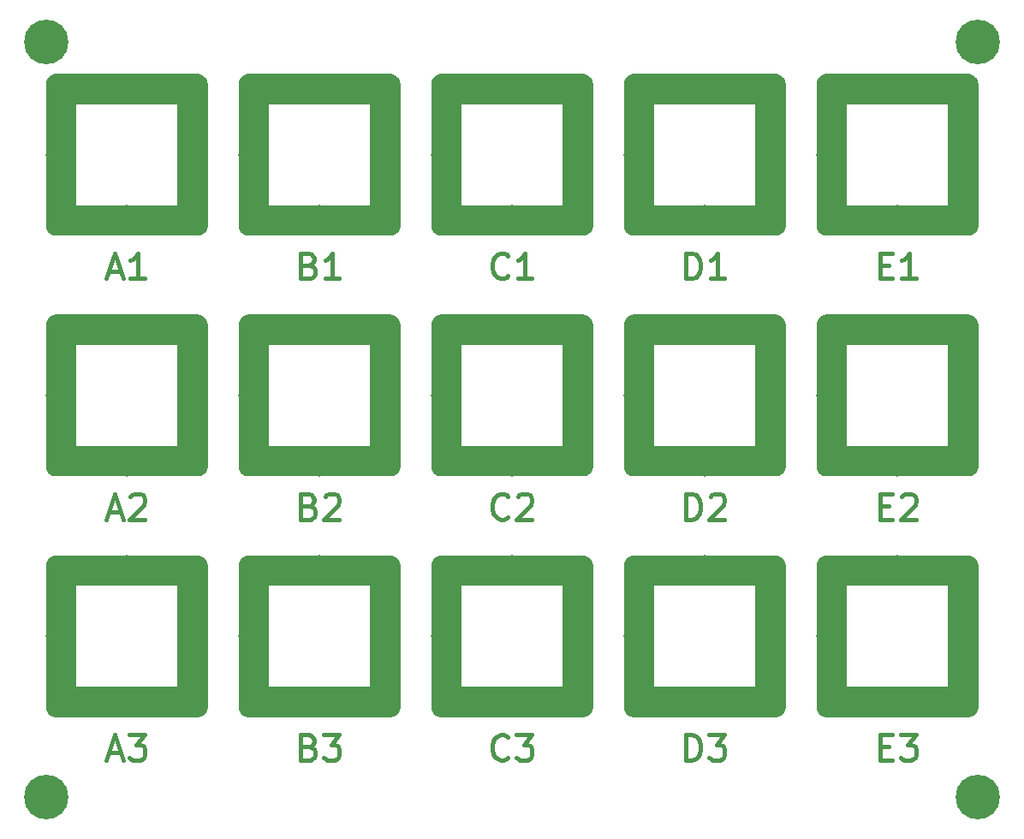
<source format=gtl>
G04 #@! TF.GenerationSoftware,KiCad,Pcbnew,(5.0.2)-1*
G04 #@! TF.CreationDate,2019-04-26T21:04:54-07:00*
G04 #@! TF.ProjectId,Summit Top,53756d6d-6974-4205-946f-702e6b696361,rev?*
G04 #@! TF.SameCoordinates,Original*
G04 #@! TF.FileFunction,Copper,L1,Top*
G04 #@! TF.FilePolarity,Positive*
%FSLAX46Y46*%
G04 Gerber Fmt 4.6, Leading zero omitted, Abs format (unit mm)*
G04 Created by KiCad (PCBNEW (5.0.2)-1) date 4/26/2019 9:04:54 PM*
%MOMM*%
%LPD*%
G01*
G04 APERTURE LIST*
G04 #@! TA.AperFunction,NonConductor*
%ADD10C,0.400000*%
G04 #@! TD*
G04 #@! TA.AperFunction,Conductor*
%ADD11C,0.100000*%
G04 #@! TD*
G04 #@! TA.AperFunction,ViaPad*
%ADD12C,3.000000*%
G04 #@! TD*
G04 #@! TA.AperFunction,ComponentPad*
%ADD13C,4.400000*%
G04 #@! TD*
G04 #@! TA.AperFunction,ComponentPad*
%ADD14C,0.700000*%
G04 #@! TD*
G04 APERTURE END LIST*
D10*
X122098809Y-106183928D02*
X122932142Y-106183928D01*
X123289285Y-107493452D02*
X122098809Y-107493452D01*
X122098809Y-104993452D01*
X123289285Y-104993452D01*
X124122619Y-104993452D02*
X125670238Y-104993452D01*
X124836904Y-105945833D01*
X125194047Y-105945833D01*
X125432142Y-106064880D01*
X125551190Y-106183928D01*
X125670238Y-106422023D01*
X125670238Y-107017261D01*
X125551190Y-107255357D01*
X125432142Y-107374404D01*
X125194047Y-107493452D01*
X124479761Y-107493452D01*
X124241666Y-107374404D01*
X124122619Y-107255357D01*
X102929761Y-107493452D02*
X102929761Y-104993452D01*
X103525000Y-104993452D01*
X103882142Y-105112500D01*
X104120238Y-105350595D01*
X104239285Y-105588690D01*
X104358333Y-106064880D01*
X104358333Y-106422023D01*
X104239285Y-106898214D01*
X104120238Y-107136309D01*
X103882142Y-107374404D01*
X103525000Y-107493452D01*
X102929761Y-107493452D01*
X105191666Y-104993452D02*
X106739285Y-104993452D01*
X105905952Y-105945833D01*
X106263095Y-105945833D01*
X106501190Y-106064880D01*
X106620238Y-106183928D01*
X106739285Y-106422023D01*
X106739285Y-107017261D01*
X106620238Y-107255357D01*
X106501190Y-107374404D01*
X106263095Y-107493452D01*
X105548809Y-107493452D01*
X105310714Y-107374404D01*
X105191666Y-107255357D01*
X85308333Y-107255357D02*
X85189285Y-107374404D01*
X84832142Y-107493452D01*
X84594047Y-107493452D01*
X84236904Y-107374404D01*
X83998809Y-107136309D01*
X83879761Y-106898214D01*
X83760714Y-106422023D01*
X83760714Y-106064880D01*
X83879761Y-105588690D01*
X83998809Y-105350595D01*
X84236904Y-105112500D01*
X84594047Y-104993452D01*
X84832142Y-104993452D01*
X85189285Y-105112500D01*
X85308333Y-105231547D01*
X86141666Y-104993452D02*
X87689285Y-104993452D01*
X86855952Y-105945833D01*
X87213095Y-105945833D01*
X87451190Y-106064880D01*
X87570238Y-106183928D01*
X87689285Y-106422023D01*
X87689285Y-107017261D01*
X87570238Y-107255357D01*
X87451190Y-107374404D01*
X87213095Y-107493452D01*
X86498809Y-107493452D01*
X86260714Y-107374404D01*
X86141666Y-107255357D01*
X65663095Y-106183928D02*
X66020238Y-106302976D01*
X66139285Y-106422023D01*
X66258333Y-106660119D01*
X66258333Y-107017261D01*
X66139285Y-107255357D01*
X66020238Y-107374404D01*
X65782142Y-107493452D01*
X64829761Y-107493452D01*
X64829761Y-104993452D01*
X65663095Y-104993452D01*
X65901190Y-105112500D01*
X66020238Y-105231547D01*
X66139285Y-105469642D01*
X66139285Y-105707738D01*
X66020238Y-105945833D01*
X65901190Y-106064880D01*
X65663095Y-106183928D01*
X64829761Y-106183928D01*
X67091666Y-104993452D02*
X68639285Y-104993452D01*
X67805952Y-105945833D01*
X68163095Y-105945833D01*
X68401190Y-106064880D01*
X68520238Y-106183928D01*
X68639285Y-106422023D01*
X68639285Y-107017261D01*
X68520238Y-107255357D01*
X68401190Y-107374404D01*
X68163095Y-107493452D01*
X67448809Y-107493452D01*
X67210714Y-107374404D01*
X67091666Y-107255357D01*
X45839285Y-106779166D02*
X47029761Y-106779166D01*
X45601190Y-107493452D02*
X46434523Y-104993452D01*
X47267857Y-107493452D01*
X47863095Y-104993452D02*
X49410714Y-104993452D01*
X48577380Y-105945833D01*
X48934523Y-105945833D01*
X49172619Y-106064880D01*
X49291666Y-106183928D01*
X49410714Y-106422023D01*
X49410714Y-107017261D01*
X49291666Y-107255357D01*
X49172619Y-107374404D01*
X48934523Y-107493452D01*
X48220238Y-107493452D01*
X47982142Y-107374404D01*
X47863095Y-107255357D01*
X122098809Y-82371428D02*
X122932142Y-82371428D01*
X123289285Y-83680952D02*
X122098809Y-83680952D01*
X122098809Y-81180952D01*
X123289285Y-81180952D01*
X124241666Y-81419047D02*
X124360714Y-81300000D01*
X124598809Y-81180952D01*
X125194047Y-81180952D01*
X125432142Y-81300000D01*
X125551190Y-81419047D01*
X125670238Y-81657142D01*
X125670238Y-81895238D01*
X125551190Y-82252380D01*
X124122619Y-83680952D01*
X125670238Y-83680952D01*
X102929761Y-83680952D02*
X102929761Y-81180952D01*
X103525000Y-81180952D01*
X103882142Y-81300000D01*
X104120238Y-81538095D01*
X104239285Y-81776190D01*
X104358333Y-82252380D01*
X104358333Y-82609523D01*
X104239285Y-83085714D01*
X104120238Y-83323809D01*
X103882142Y-83561904D01*
X103525000Y-83680952D01*
X102929761Y-83680952D01*
X105310714Y-81419047D02*
X105429761Y-81300000D01*
X105667857Y-81180952D01*
X106263095Y-81180952D01*
X106501190Y-81300000D01*
X106620238Y-81419047D01*
X106739285Y-81657142D01*
X106739285Y-81895238D01*
X106620238Y-82252380D01*
X105191666Y-83680952D01*
X106739285Y-83680952D01*
X85308333Y-83442857D02*
X85189285Y-83561904D01*
X84832142Y-83680952D01*
X84594047Y-83680952D01*
X84236904Y-83561904D01*
X83998809Y-83323809D01*
X83879761Y-83085714D01*
X83760714Y-82609523D01*
X83760714Y-82252380D01*
X83879761Y-81776190D01*
X83998809Y-81538095D01*
X84236904Y-81300000D01*
X84594047Y-81180952D01*
X84832142Y-81180952D01*
X85189285Y-81300000D01*
X85308333Y-81419047D01*
X86260714Y-81419047D02*
X86379761Y-81300000D01*
X86617857Y-81180952D01*
X87213095Y-81180952D01*
X87451190Y-81300000D01*
X87570238Y-81419047D01*
X87689285Y-81657142D01*
X87689285Y-81895238D01*
X87570238Y-82252380D01*
X86141666Y-83680952D01*
X87689285Y-83680952D01*
X65663095Y-82371428D02*
X66020238Y-82490476D01*
X66139285Y-82609523D01*
X66258333Y-82847619D01*
X66258333Y-83204761D01*
X66139285Y-83442857D01*
X66020238Y-83561904D01*
X65782142Y-83680952D01*
X64829761Y-83680952D01*
X64829761Y-81180952D01*
X65663095Y-81180952D01*
X65901190Y-81300000D01*
X66020238Y-81419047D01*
X66139285Y-81657142D01*
X66139285Y-81895238D01*
X66020238Y-82133333D01*
X65901190Y-82252380D01*
X65663095Y-82371428D01*
X64829761Y-82371428D01*
X67210714Y-81419047D02*
X67329761Y-81300000D01*
X67567857Y-81180952D01*
X68163095Y-81180952D01*
X68401190Y-81300000D01*
X68520238Y-81419047D01*
X68639285Y-81657142D01*
X68639285Y-81895238D01*
X68520238Y-82252380D01*
X67091666Y-83680952D01*
X68639285Y-83680952D01*
X45839285Y-82966666D02*
X47029761Y-82966666D01*
X45601190Y-83680952D02*
X46434523Y-81180952D01*
X47267857Y-83680952D01*
X47982142Y-81419047D02*
X48101190Y-81300000D01*
X48339285Y-81180952D01*
X48934523Y-81180952D01*
X49172619Y-81300000D01*
X49291666Y-81419047D01*
X49410714Y-81657142D01*
X49410714Y-81895238D01*
X49291666Y-82252380D01*
X47863095Y-83680952D01*
X49410714Y-83680952D01*
X122098809Y-58558928D02*
X122932142Y-58558928D01*
X123289285Y-59868452D02*
X122098809Y-59868452D01*
X122098809Y-57368452D01*
X123289285Y-57368452D01*
X125670238Y-59868452D02*
X124241666Y-59868452D01*
X124955952Y-59868452D02*
X124955952Y-57368452D01*
X124717857Y-57725595D01*
X124479761Y-57963690D01*
X124241666Y-58082738D01*
X102929761Y-59868452D02*
X102929761Y-57368452D01*
X103525000Y-57368452D01*
X103882142Y-57487500D01*
X104120238Y-57725595D01*
X104239285Y-57963690D01*
X104358333Y-58439880D01*
X104358333Y-58797023D01*
X104239285Y-59273214D01*
X104120238Y-59511309D01*
X103882142Y-59749404D01*
X103525000Y-59868452D01*
X102929761Y-59868452D01*
X106739285Y-59868452D02*
X105310714Y-59868452D01*
X106025000Y-59868452D02*
X106025000Y-57368452D01*
X105786904Y-57725595D01*
X105548809Y-57963690D01*
X105310714Y-58082738D01*
X85308333Y-59630357D02*
X85189285Y-59749404D01*
X84832142Y-59868452D01*
X84594047Y-59868452D01*
X84236904Y-59749404D01*
X83998809Y-59511309D01*
X83879761Y-59273214D01*
X83760714Y-58797023D01*
X83760714Y-58439880D01*
X83879761Y-57963690D01*
X83998809Y-57725595D01*
X84236904Y-57487500D01*
X84594047Y-57368452D01*
X84832142Y-57368452D01*
X85189285Y-57487500D01*
X85308333Y-57606547D01*
X87689285Y-59868452D02*
X86260714Y-59868452D01*
X86975000Y-59868452D02*
X86975000Y-57368452D01*
X86736904Y-57725595D01*
X86498809Y-57963690D01*
X86260714Y-58082738D01*
X65663095Y-58558928D02*
X66020238Y-58677976D01*
X66139285Y-58797023D01*
X66258333Y-59035119D01*
X66258333Y-59392261D01*
X66139285Y-59630357D01*
X66020238Y-59749404D01*
X65782142Y-59868452D01*
X64829761Y-59868452D01*
X64829761Y-57368452D01*
X65663095Y-57368452D01*
X65901190Y-57487500D01*
X66020238Y-57606547D01*
X66139285Y-57844642D01*
X66139285Y-58082738D01*
X66020238Y-58320833D01*
X65901190Y-58439880D01*
X65663095Y-58558928D01*
X64829761Y-58558928D01*
X68639285Y-59868452D02*
X67210714Y-59868452D01*
X67925000Y-59868452D02*
X67925000Y-57368452D01*
X67686904Y-57725595D01*
X67448809Y-57963690D01*
X67210714Y-58082738D01*
X45839285Y-59154166D02*
X47029761Y-59154166D01*
X45601190Y-59868452D02*
X46434523Y-57368452D01*
X47267857Y-59868452D01*
X49410714Y-59868452D02*
X47982142Y-59868452D01*
X48696428Y-59868452D02*
X48696428Y-57368452D01*
X48458333Y-57725595D01*
X48220238Y-57963690D01*
X47982142Y-58082738D01*
D11*
G04 #@! TO.N,*
G04 #@! TO.C,REF\002A\002A*
G36*
X54723018Y-52629815D02*
X54820091Y-52644215D01*
X54915285Y-52668060D01*
X55007684Y-52701120D01*
X55096397Y-52743079D01*
X55180571Y-52793530D01*
X55259394Y-52851989D01*
X55332107Y-52917893D01*
X55398011Y-52990606D01*
X55456470Y-53069429D01*
X55506921Y-53153603D01*
X55548880Y-53242316D01*
X55581940Y-53334715D01*
X55605785Y-53429909D01*
X55620185Y-53526982D01*
X55625000Y-53624999D01*
X55625000Y-54625001D01*
X55620185Y-54723018D01*
X55605785Y-54820091D01*
X55581940Y-54915285D01*
X55548880Y-55007684D01*
X55506921Y-55096397D01*
X55456470Y-55180571D01*
X55398011Y-55259394D01*
X55332107Y-55332107D01*
X55259394Y-55398011D01*
X55180571Y-55456470D01*
X55096397Y-55506921D01*
X55007684Y-55548880D01*
X54915285Y-55581940D01*
X54820091Y-55605785D01*
X54723018Y-55620185D01*
X54625001Y-55625000D01*
X40624999Y-55625000D01*
X40526982Y-55620185D01*
X40429909Y-55605785D01*
X40334715Y-55581940D01*
X40242316Y-55548880D01*
X40153603Y-55506921D01*
X40069429Y-55456470D01*
X39990606Y-55398011D01*
X39917893Y-55332107D01*
X39851989Y-55259394D01*
X39793530Y-55180571D01*
X39743079Y-55096397D01*
X39701120Y-55007684D01*
X39668060Y-54915285D01*
X39644215Y-54820091D01*
X39629815Y-54723018D01*
X39625000Y-54625001D01*
X39625000Y-53624999D01*
X39629815Y-53526982D01*
X39644215Y-53429909D01*
X39668060Y-53334715D01*
X39701120Y-53242316D01*
X39743079Y-53153603D01*
X39793530Y-53069429D01*
X39851989Y-52990606D01*
X39917893Y-52917893D01*
X39990606Y-52851989D01*
X40069429Y-52793530D01*
X40153603Y-52743079D01*
X40242316Y-52701120D01*
X40334715Y-52668060D01*
X40429909Y-52644215D01*
X40526982Y-52629815D01*
X40624999Y-52625000D01*
X54625001Y-52625000D01*
X54723018Y-52629815D01*
X54723018Y-52629815D01*
G37*
D12*
X47625000Y-54125000D03*
D11*
G36*
X54723018Y-39629815D02*
X54820091Y-39644215D01*
X54915285Y-39668060D01*
X55007684Y-39701120D01*
X55096397Y-39743079D01*
X55180571Y-39793530D01*
X55259394Y-39851989D01*
X55332107Y-39917893D01*
X55398011Y-39990606D01*
X55456470Y-40069429D01*
X55506921Y-40153603D01*
X55548880Y-40242316D01*
X55581940Y-40334715D01*
X55605785Y-40429909D01*
X55620185Y-40526982D01*
X55625000Y-40624999D01*
X55625000Y-41625001D01*
X55620185Y-41723018D01*
X55605785Y-41820091D01*
X55581940Y-41915285D01*
X55548880Y-42007684D01*
X55506921Y-42096397D01*
X55456470Y-42180571D01*
X55398011Y-42259394D01*
X55332107Y-42332107D01*
X55259394Y-42398011D01*
X55180571Y-42456470D01*
X55096397Y-42506921D01*
X55007684Y-42548880D01*
X54915285Y-42581940D01*
X54820091Y-42605785D01*
X54723018Y-42620185D01*
X54625001Y-42625000D01*
X40624999Y-42625000D01*
X40526982Y-42620185D01*
X40429909Y-42605785D01*
X40334715Y-42581940D01*
X40242316Y-42548880D01*
X40153603Y-42506921D01*
X40069429Y-42456470D01*
X39990606Y-42398011D01*
X39917893Y-42332107D01*
X39851989Y-42259394D01*
X39793530Y-42180571D01*
X39743079Y-42096397D01*
X39701120Y-42007684D01*
X39668060Y-41915285D01*
X39644215Y-41820091D01*
X39629815Y-41723018D01*
X39625000Y-41625001D01*
X39625000Y-40624999D01*
X39629815Y-40526982D01*
X39644215Y-40429909D01*
X39668060Y-40334715D01*
X39701120Y-40242316D01*
X39743079Y-40153603D01*
X39793530Y-40069429D01*
X39851989Y-39990606D01*
X39917893Y-39917893D01*
X39990606Y-39851989D01*
X40069429Y-39793530D01*
X40153603Y-39743079D01*
X40242316Y-39701120D01*
X40334715Y-39668060D01*
X40429909Y-39644215D01*
X40526982Y-39629815D01*
X40624999Y-39625000D01*
X54625001Y-39625000D01*
X54723018Y-39629815D01*
X54723018Y-39629815D01*
G37*
D12*
X47625000Y-41125000D03*
D11*
G36*
X54723018Y-39629815D02*
X54820091Y-39644215D01*
X54915285Y-39668060D01*
X55007684Y-39701120D01*
X55096397Y-39743079D01*
X55180571Y-39793530D01*
X55259394Y-39851989D01*
X55332107Y-39917893D01*
X55398011Y-39990606D01*
X55456470Y-40069429D01*
X55506921Y-40153603D01*
X55548880Y-40242316D01*
X55581940Y-40334715D01*
X55605785Y-40429909D01*
X55620185Y-40526982D01*
X55625000Y-40624999D01*
X55625000Y-54625001D01*
X55620185Y-54723018D01*
X55605785Y-54820091D01*
X55581940Y-54915285D01*
X55548880Y-55007684D01*
X55506921Y-55096397D01*
X55456470Y-55180571D01*
X55398011Y-55259394D01*
X55332107Y-55332107D01*
X55259394Y-55398011D01*
X55180571Y-55456470D01*
X55096397Y-55506921D01*
X55007684Y-55548880D01*
X54915285Y-55581940D01*
X54820091Y-55605785D01*
X54723018Y-55620185D01*
X54625001Y-55625000D01*
X53624999Y-55625000D01*
X53526982Y-55620185D01*
X53429909Y-55605785D01*
X53334715Y-55581940D01*
X53242316Y-55548880D01*
X53153603Y-55506921D01*
X53069429Y-55456470D01*
X52990606Y-55398011D01*
X52917893Y-55332107D01*
X52851989Y-55259394D01*
X52793530Y-55180571D01*
X52743079Y-55096397D01*
X52701120Y-55007684D01*
X52668060Y-54915285D01*
X52644215Y-54820091D01*
X52629815Y-54723018D01*
X52625000Y-54625001D01*
X52625000Y-40624999D01*
X52629815Y-40526982D01*
X52644215Y-40429909D01*
X52668060Y-40334715D01*
X52701120Y-40242316D01*
X52743079Y-40153603D01*
X52793530Y-40069429D01*
X52851989Y-39990606D01*
X52917893Y-39917893D01*
X52990606Y-39851989D01*
X53069429Y-39793530D01*
X53153603Y-39743079D01*
X53242316Y-39701120D01*
X53334715Y-39668060D01*
X53429909Y-39644215D01*
X53526982Y-39629815D01*
X53624999Y-39625000D01*
X54625001Y-39625000D01*
X54723018Y-39629815D01*
X54723018Y-39629815D01*
G37*
D12*
X54125000Y-47625000D03*
D11*
G36*
X41723018Y-39629815D02*
X41820091Y-39644215D01*
X41915285Y-39668060D01*
X42007684Y-39701120D01*
X42096397Y-39743079D01*
X42180571Y-39793530D01*
X42259394Y-39851989D01*
X42332107Y-39917893D01*
X42398011Y-39990606D01*
X42456470Y-40069429D01*
X42506921Y-40153603D01*
X42548880Y-40242316D01*
X42581940Y-40334715D01*
X42605785Y-40429909D01*
X42620185Y-40526982D01*
X42625000Y-40624999D01*
X42625000Y-54625001D01*
X42620185Y-54723018D01*
X42605785Y-54820091D01*
X42581940Y-54915285D01*
X42548880Y-55007684D01*
X42506921Y-55096397D01*
X42456470Y-55180571D01*
X42398011Y-55259394D01*
X42332107Y-55332107D01*
X42259394Y-55398011D01*
X42180571Y-55456470D01*
X42096397Y-55506921D01*
X42007684Y-55548880D01*
X41915285Y-55581940D01*
X41820091Y-55605785D01*
X41723018Y-55620185D01*
X41625001Y-55625000D01*
X40624999Y-55625000D01*
X40526982Y-55620185D01*
X40429909Y-55605785D01*
X40334715Y-55581940D01*
X40242316Y-55548880D01*
X40153603Y-55506921D01*
X40069429Y-55456470D01*
X39990606Y-55398011D01*
X39917893Y-55332107D01*
X39851989Y-55259394D01*
X39793530Y-55180571D01*
X39743079Y-55096397D01*
X39701120Y-55007684D01*
X39668060Y-54915285D01*
X39644215Y-54820091D01*
X39629815Y-54723018D01*
X39625000Y-54625001D01*
X39625000Y-40624999D01*
X39629815Y-40526982D01*
X39644215Y-40429909D01*
X39668060Y-40334715D01*
X39701120Y-40242316D01*
X39743079Y-40153603D01*
X39793530Y-40069429D01*
X39851989Y-39990606D01*
X39917893Y-39917893D01*
X39990606Y-39851989D01*
X40069429Y-39793530D01*
X40153603Y-39743079D01*
X40242316Y-39701120D01*
X40334715Y-39668060D01*
X40429909Y-39644215D01*
X40526982Y-39629815D01*
X40624999Y-39625000D01*
X41625001Y-39625000D01*
X41723018Y-39629815D01*
X41723018Y-39629815D01*
G37*
D12*
X41125000Y-47625000D03*
G04 #@! TD*
D11*
G04 #@! TO.N,*
G04 #@! TO.C,REF\002A\002A*
G36*
X73773018Y-52629815D02*
X73870091Y-52644215D01*
X73965285Y-52668060D01*
X74057684Y-52701120D01*
X74146397Y-52743079D01*
X74230571Y-52793530D01*
X74309394Y-52851989D01*
X74382107Y-52917893D01*
X74448011Y-52990606D01*
X74506470Y-53069429D01*
X74556921Y-53153603D01*
X74598880Y-53242316D01*
X74631940Y-53334715D01*
X74655785Y-53429909D01*
X74670185Y-53526982D01*
X74675000Y-53624999D01*
X74675000Y-54625001D01*
X74670185Y-54723018D01*
X74655785Y-54820091D01*
X74631940Y-54915285D01*
X74598880Y-55007684D01*
X74556921Y-55096397D01*
X74506470Y-55180571D01*
X74448011Y-55259394D01*
X74382107Y-55332107D01*
X74309394Y-55398011D01*
X74230571Y-55456470D01*
X74146397Y-55506921D01*
X74057684Y-55548880D01*
X73965285Y-55581940D01*
X73870091Y-55605785D01*
X73773018Y-55620185D01*
X73675001Y-55625000D01*
X59674999Y-55625000D01*
X59576982Y-55620185D01*
X59479909Y-55605785D01*
X59384715Y-55581940D01*
X59292316Y-55548880D01*
X59203603Y-55506921D01*
X59119429Y-55456470D01*
X59040606Y-55398011D01*
X58967893Y-55332107D01*
X58901989Y-55259394D01*
X58843530Y-55180571D01*
X58793079Y-55096397D01*
X58751120Y-55007684D01*
X58718060Y-54915285D01*
X58694215Y-54820091D01*
X58679815Y-54723018D01*
X58675000Y-54625001D01*
X58675000Y-53624999D01*
X58679815Y-53526982D01*
X58694215Y-53429909D01*
X58718060Y-53334715D01*
X58751120Y-53242316D01*
X58793079Y-53153603D01*
X58843530Y-53069429D01*
X58901989Y-52990606D01*
X58967893Y-52917893D01*
X59040606Y-52851989D01*
X59119429Y-52793530D01*
X59203603Y-52743079D01*
X59292316Y-52701120D01*
X59384715Y-52668060D01*
X59479909Y-52644215D01*
X59576982Y-52629815D01*
X59674999Y-52625000D01*
X73675001Y-52625000D01*
X73773018Y-52629815D01*
X73773018Y-52629815D01*
G37*
D12*
X66675000Y-54125000D03*
D11*
G36*
X73773018Y-39629815D02*
X73870091Y-39644215D01*
X73965285Y-39668060D01*
X74057684Y-39701120D01*
X74146397Y-39743079D01*
X74230571Y-39793530D01*
X74309394Y-39851989D01*
X74382107Y-39917893D01*
X74448011Y-39990606D01*
X74506470Y-40069429D01*
X74556921Y-40153603D01*
X74598880Y-40242316D01*
X74631940Y-40334715D01*
X74655785Y-40429909D01*
X74670185Y-40526982D01*
X74675000Y-40624999D01*
X74675000Y-41625001D01*
X74670185Y-41723018D01*
X74655785Y-41820091D01*
X74631940Y-41915285D01*
X74598880Y-42007684D01*
X74556921Y-42096397D01*
X74506470Y-42180571D01*
X74448011Y-42259394D01*
X74382107Y-42332107D01*
X74309394Y-42398011D01*
X74230571Y-42456470D01*
X74146397Y-42506921D01*
X74057684Y-42548880D01*
X73965285Y-42581940D01*
X73870091Y-42605785D01*
X73773018Y-42620185D01*
X73675001Y-42625000D01*
X59674999Y-42625000D01*
X59576982Y-42620185D01*
X59479909Y-42605785D01*
X59384715Y-42581940D01*
X59292316Y-42548880D01*
X59203603Y-42506921D01*
X59119429Y-42456470D01*
X59040606Y-42398011D01*
X58967893Y-42332107D01*
X58901989Y-42259394D01*
X58843530Y-42180571D01*
X58793079Y-42096397D01*
X58751120Y-42007684D01*
X58718060Y-41915285D01*
X58694215Y-41820091D01*
X58679815Y-41723018D01*
X58675000Y-41625001D01*
X58675000Y-40624999D01*
X58679815Y-40526982D01*
X58694215Y-40429909D01*
X58718060Y-40334715D01*
X58751120Y-40242316D01*
X58793079Y-40153603D01*
X58843530Y-40069429D01*
X58901989Y-39990606D01*
X58967893Y-39917893D01*
X59040606Y-39851989D01*
X59119429Y-39793530D01*
X59203603Y-39743079D01*
X59292316Y-39701120D01*
X59384715Y-39668060D01*
X59479909Y-39644215D01*
X59576982Y-39629815D01*
X59674999Y-39625000D01*
X73675001Y-39625000D01*
X73773018Y-39629815D01*
X73773018Y-39629815D01*
G37*
D12*
X66675000Y-41125000D03*
D11*
G36*
X73773018Y-39629815D02*
X73870091Y-39644215D01*
X73965285Y-39668060D01*
X74057684Y-39701120D01*
X74146397Y-39743079D01*
X74230571Y-39793530D01*
X74309394Y-39851989D01*
X74382107Y-39917893D01*
X74448011Y-39990606D01*
X74506470Y-40069429D01*
X74556921Y-40153603D01*
X74598880Y-40242316D01*
X74631940Y-40334715D01*
X74655785Y-40429909D01*
X74670185Y-40526982D01*
X74675000Y-40624999D01*
X74675000Y-54625001D01*
X74670185Y-54723018D01*
X74655785Y-54820091D01*
X74631940Y-54915285D01*
X74598880Y-55007684D01*
X74556921Y-55096397D01*
X74506470Y-55180571D01*
X74448011Y-55259394D01*
X74382107Y-55332107D01*
X74309394Y-55398011D01*
X74230571Y-55456470D01*
X74146397Y-55506921D01*
X74057684Y-55548880D01*
X73965285Y-55581940D01*
X73870091Y-55605785D01*
X73773018Y-55620185D01*
X73675001Y-55625000D01*
X72674999Y-55625000D01*
X72576982Y-55620185D01*
X72479909Y-55605785D01*
X72384715Y-55581940D01*
X72292316Y-55548880D01*
X72203603Y-55506921D01*
X72119429Y-55456470D01*
X72040606Y-55398011D01*
X71967893Y-55332107D01*
X71901989Y-55259394D01*
X71843530Y-55180571D01*
X71793079Y-55096397D01*
X71751120Y-55007684D01*
X71718060Y-54915285D01*
X71694215Y-54820091D01*
X71679815Y-54723018D01*
X71675000Y-54625001D01*
X71675000Y-40624999D01*
X71679815Y-40526982D01*
X71694215Y-40429909D01*
X71718060Y-40334715D01*
X71751120Y-40242316D01*
X71793079Y-40153603D01*
X71843530Y-40069429D01*
X71901989Y-39990606D01*
X71967893Y-39917893D01*
X72040606Y-39851989D01*
X72119429Y-39793530D01*
X72203603Y-39743079D01*
X72292316Y-39701120D01*
X72384715Y-39668060D01*
X72479909Y-39644215D01*
X72576982Y-39629815D01*
X72674999Y-39625000D01*
X73675001Y-39625000D01*
X73773018Y-39629815D01*
X73773018Y-39629815D01*
G37*
D12*
X73175000Y-47625000D03*
D11*
G36*
X60773018Y-39629815D02*
X60870091Y-39644215D01*
X60965285Y-39668060D01*
X61057684Y-39701120D01*
X61146397Y-39743079D01*
X61230571Y-39793530D01*
X61309394Y-39851989D01*
X61382107Y-39917893D01*
X61448011Y-39990606D01*
X61506470Y-40069429D01*
X61556921Y-40153603D01*
X61598880Y-40242316D01*
X61631940Y-40334715D01*
X61655785Y-40429909D01*
X61670185Y-40526982D01*
X61675000Y-40624999D01*
X61675000Y-54625001D01*
X61670185Y-54723018D01*
X61655785Y-54820091D01*
X61631940Y-54915285D01*
X61598880Y-55007684D01*
X61556921Y-55096397D01*
X61506470Y-55180571D01*
X61448011Y-55259394D01*
X61382107Y-55332107D01*
X61309394Y-55398011D01*
X61230571Y-55456470D01*
X61146397Y-55506921D01*
X61057684Y-55548880D01*
X60965285Y-55581940D01*
X60870091Y-55605785D01*
X60773018Y-55620185D01*
X60675001Y-55625000D01*
X59674999Y-55625000D01*
X59576982Y-55620185D01*
X59479909Y-55605785D01*
X59384715Y-55581940D01*
X59292316Y-55548880D01*
X59203603Y-55506921D01*
X59119429Y-55456470D01*
X59040606Y-55398011D01*
X58967893Y-55332107D01*
X58901989Y-55259394D01*
X58843530Y-55180571D01*
X58793079Y-55096397D01*
X58751120Y-55007684D01*
X58718060Y-54915285D01*
X58694215Y-54820091D01*
X58679815Y-54723018D01*
X58675000Y-54625001D01*
X58675000Y-40624999D01*
X58679815Y-40526982D01*
X58694215Y-40429909D01*
X58718060Y-40334715D01*
X58751120Y-40242316D01*
X58793079Y-40153603D01*
X58843530Y-40069429D01*
X58901989Y-39990606D01*
X58967893Y-39917893D01*
X59040606Y-39851989D01*
X59119429Y-39793530D01*
X59203603Y-39743079D01*
X59292316Y-39701120D01*
X59384715Y-39668060D01*
X59479909Y-39644215D01*
X59576982Y-39629815D01*
X59674999Y-39625000D01*
X60675001Y-39625000D01*
X60773018Y-39629815D01*
X60773018Y-39629815D01*
G37*
D12*
X60175000Y-47625000D03*
G04 #@! TD*
D11*
G04 #@! TO.N,*
G04 #@! TO.C,REF\002A\002A*
G36*
X92823018Y-52629815D02*
X92920091Y-52644215D01*
X93015285Y-52668060D01*
X93107684Y-52701120D01*
X93196397Y-52743079D01*
X93280571Y-52793530D01*
X93359394Y-52851989D01*
X93432107Y-52917893D01*
X93498011Y-52990606D01*
X93556470Y-53069429D01*
X93606921Y-53153603D01*
X93648880Y-53242316D01*
X93681940Y-53334715D01*
X93705785Y-53429909D01*
X93720185Y-53526982D01*
X93725000Y-53624999D01*
X93725000Y-54625001D01*
X93720185Y-54723018D01*
X93705785Y-54820091D01*
X93681940Y-54915285D01*
X93648880Y-55007684D01*
X93606921Y-55096397D01*
X93556470Y-55180571D01*
X93498011Y-55259394D01*
X93432107Y-55332107D01*
X93359394Y-55398011D01*
X93280571Y-55456470D01*
X93196397Y-55506921D01*
X93107684Y-55548880D01*
X93015285Y-55581940D01*
X92920091Y-55605785D01*
X92823018Y-55620185D01*
X92725001Y-55625000D01*
X78724999Y-55625000D01*
X78626982Y-55620185D01*
X78529909Y-55605785D01*
X78434715Y-55581940D01*
X78342316Y-55548880D01*
X78253603Y-55506921D01*
X78169429Y-55456470D01*
X78090606Y-55398011D01*
X78017893Y-55332107D01*
X77951989Y-55259394D01*
X77893530Y-55180571D01*
X77843079Y-55096397D01*
X77801120Y-55007684D01*
X77768060Y-54915285D01*
X77744215Y-54820091D01*
X77729815Y-54723018D01*
X77725000Y-54625001D01*
X77725000Y-53624999D01*
X77729815Y-53526982D01*
X77744215Y-53429909D01*
X77768060Y-53334715D01*
X77801120Y-53242316D01*
X77843079Y-53153603D01*
X77893530Y-53069429D01*
X77951989Y-52990606D01*
X78017893Y-52917893D01*
X78090606Y-52851989D01*
X78169429Y-52793530D01*
X78253603Y-52743079D01*
X78342316Y-52701120D01*
X78434715Y-52668060D01*
X78529909Y-52644215D01*
X78626982Y-52629815D01*
X78724999Y-52625000D01*
X92725001Y-52625000D01*
X92823018Y-52629815D01*
X92823018Y-52629815D01*
G37*
D12*
X85725000Y-54125000D03*
D11*
G36*
X92823018Y-39629815D02*
X92920091Y-39644215D01*
X93015285Y-39668060D01*
X93107684Y-39701120D01*
X93196397Y-39743079D01*
X93280571Y-39793530D01*
X93359394Y-39851989D01*
X93432107Y-39917893D01*
X93498011Y-39990606D01*
X93556470Y-40069429D01*
X93606921Y-40153603D01*
X93648880Y-40242316D01*
X93681940Y-40334715D01*
X93705785Y-40429909D01*
X93720185Y-40526982D01*
X93725000Y-40624999D01*
X93725000Y-41625001D01*
X93720185Y-41723018D01*
X93705785Y-41820091D01*
X93681940Y-41915285D01*
X93648880Y-42007684D01*
X93606921Y-42096397D01*
X93556470Y-42180571D01*
X93498011Y-42259394D01*
X93432107Y-42332107D01*
X93359394Y-42398011D01*
X93280571Y-42456470D01*
X93196397Y-42506921D01*
X93107684Y-42548880D01*
X93015285Y-42581940D01*
X92920091Y-42605785D01*
X92823018Y-42620185D01*
X92725001Y-42625000D01*
X78724999Y-42625000D01*
X78626982Y-42620185D01*
X78529909Y-42605785D01*
X78434715Y-42581940D01*
X78342316Y-42548880D01*
X78253603Y-42506921D01*
X78169429Y-42456470D01*
X78090606Y-42398011D01*
X78017893Y-42332107D01*
X77951989Y-42259394D01*
X77893530Y-42180571D01*
X77843079Y-42096397D01*
X77801120Y-42007684D01*
X77768060Y-41915285D01*
X77744215Y-41820091D01*
X77729815Y-41723018D01*
X77725000Y-41625001D01*
X77725000Y-40624999D01*
X77729815Y-40526982D01*
X77744215Y-40429909D01*
X77768060Y-40334715D01*
X77801120Y-40242316D01*
X77843079Y-40153603D01*
X77893530Y-40069429D01*
X77951989Y-39990606D01*
X78017893Y-39917893D01*
X78090606Y-39851989D01*
X78169429Y-39793530D01*
X78253603Y-39743079D01*
X78342316Y-39701120D01*
X78434715Y-39668060D01*
X78529909Y-39644215D01*
X78626982Y-39629815D01*
X78724999Y-39625000D01*
X92725001Y-39625000D01*
X92823018Y-39629815D01*
X92823018Y-39629815D01*
G37*
D12*
X85725000Y-41125000D03*
D11*
G36*
X92823018Y-39629815D02*
X92920091Y-39644215D01*
X93015285Y-39668060D01*
X93107684Y-39701120D01*
X93196397Y-39743079D01*
X93280571Y-39793530D01*
X93359394Y-39851989D01*
X93432107Y-39917893D01*
X93498011Y-39990606D01*
X93556470Y-40069429D01*
X93606921Y-40153603D01*
X93648880Y-40242316D01*
X93681940Y-40334715D01*
X93705785Y-40429909D01*
X93720185Y-40526982D01*
X93725000Y-40624999D01*
X93725000Y-54625001D01*
X93720185Y-54723018D01*
X93705785Y-54820091D01*
X93681940Y-54915285D01*
X93648880Y-55007684D01*
X93606921Y-55096397D01*
X93556470Y-55180571D01*
X93498011Y-55259394D01*
X93432107Y-55332107D01*
X93359394Y-55398011D01*
X93280571Y-55456470D01*
X93196397Y-55506921D01*
X93107684Y-55548880D01*
X93015285Y-55581940D01*
X92920091Y-55605785D01*
X92823018Y-55620185D01*
X92725001Y-55625000D01*
X91724999Y-55625000D01*
X91626982Y-55620185D01*
X91529909Y-55605785D01*
X91434715Y-55581940D01*
X91342316Y-55548880D01*
X91253603Y-55506921D01*
X91169429Y-55456470D01*
X91090606Y-55398011D01*
X91017893Y-55332107D01*
X90951989Y-55259394D01*
X90893530Y-55180571D01*
X90843079Y-55096397D01*
X90801120Y-55007684D01*
X90768060Y-54915285D01*
X90744215Y-54820091D01*
X90729815Y-54723018D01*
X90725000Y-54625001D01*
X90725000Y-40624999D01*
X90729815Y-40526982D01*
X90744215Y-40429909D01*
X90768060Y-40334715D01*
X90801120Y-40242316D01*
X90843079Y-40153603D01*
X90893530Y-40069429D01*
X90951989Y-39990606D01*
X91017893Y-39917893D01*
X91090606Y-39851989D01*
X91169429Y-39793530D01*
X91253603Y-39743079D01*
X91342316Y-39701120D01*
X91434715Y-39668060D01*
X91529909Y-39644215D01*
X91626982Y-39629815D01*
X91724999Y-39625000D01*
X92725001Y-39625000D01*
X92823018Y-39629815D01*
X92823018Y-39629815D01*
G37*
D12*
X92225000Y-47625000D03*
D11*
G36*
X79823018Y-39629815D02*
X79920091Y-39644215D01*
X80015285Y-39668060D01*
X80107684Y-39701120D01*
X80196397Y-39743079D01*
X80280571Y-39793530D01*
X80359394Y-39851989D01*
X80432107Y-39917893D01*
X80498011Y-39990606D01*
X80556470Y-40069429D01*
X80606921Y-40153603D01*
X80648880Y-40242316D01*
X80681940Y-40334715D01*
X80705785Y-40429909D01*
X80720185Y-40526982D01*
X80725000Y-40624999D01*
X80725000Y-54625001D01*
X80720185Y-54723018D01*
X80705785Y-54820091D01*
X80681940Y-54915285D01*
X80648880Y-55007684D01*
X80606921Y-55096397D01*
X80556470Y-55180571D01*
X80498011Y-55259394D01*
X80432107Y-55332107D01*
X80359394Y-55398011D01*
X80280571Y-55456470D01*
X80196397Y-55506921D01*
X80107684Y-55548880D01*
X80015285Y-55581940D01*
X79920091Y-55605785D01*
X79823018Y-55620185D01*
X79725001Y-55625000D01*
X78724999Y-55625000D01*
X78626982Y-55620185D01*
X78529909Y-55605785D01*
X78434715Y-55581940D01*
X78342316Y-55548880D01*
X78253603Y-55506921D01*
X78169429Y-55456470D01*
X78090606Y-55398011D01*
X78017893Y-55332107D01*
X77951989Y-55259394D01*
X77893530Y-55180571D01*
X77843079Y-55096397D01*
X77801120Y-55007684D01*
X77768060Y-54915285D01*
X77744215Y-54820091D01*
X77729815Y-54723018D01*
X77725000Y-54625001D01*
X77725000Y-40624999D01*
X77729815Y-40526982D01*
X77744215Y-40429909D01*
X77768060Y-40334715D01*
X77801120Y-40242316D01*
X77843079Y-40153603D01*
X77893530Y-40069429D01*
X77951989Y-39990606D01*
X78017893Y-39917893D01*
X78090606Y-39851989D01*
X78169429Y-39793530D01*
X78253603Y-39743079D01*
X78342316Y-39701120D01*
X78434715Y-39668060D01*
X78529909Y-39644215D01*
X78626982Y-39629815D01*
X78724999Y-39625000D01*
X79725001Y-39625000D01*
X79823018Y-39629815D01*
X79823018Y-39629815D01*
G37*
D12*
X79225000Y-47625000D03*
G04 #@! TD*
D11*
G04 #@! TO.N,*
G04 #@! TO.C,REF\002A\002A*
G36*
X111873018Y-52629815D02*
X111970091Y-52644215D01*
X112065285Y-52668060D01*
X112157684Y-52701120D01*
X112246397Y-52743079D01*
X112330571Y-52793530D01*
X112409394Y-52851989D01*
X112482107Y-52917893D01*
X112548011Y-52990606D01*
X112606470Y-53069429D01*
X112656921Y-53153603D01*
X112698880Y-53242316D01*
X112731940Y-53334715D01*
X112755785Y-53429909D01*
X112770185Y-53526982D01*
X112775000Y-53624999D01*
X112775000Y-54625001D01*
X112770185Y-54723018D01*
X112755785Y-54820091D01*
X112731940Y-54915285D01*
X112698880Y-55007684D01*
X112656921Y-55096397D01*
X112606470Y-55180571D01*
X112548011Y-55259394D01*
X112482107Y-55332107D01*
X112409394Y-55398011D01*
X112330571Y-55456470D01*
X112246397Y-55506921D01*
X112157684Y-55548880D01*
X112065285Y-55581940D01*
X111970091Y-55605785D01*
X111873018Y-55620185D01*
X111775001Y-55625000D01*
X97774999Y-55625000D01*
X97676982Y-55620185D01*
X97579909Y-55605785D01*
X97484715Y-55581940D01*
X97392316Y-55548880D01*
X97303603Y-55506921D01*
X97219429Y-55456470D01*
X97140606Y-55398011D01*
X97067893Y-55332107D01*
X97001989Y-55259394D01*
X96943530Y-55180571D01*
X96893079Y-55096397D01*
X96851120Y-55007684D01*
X96818060Y-54915285D01*
X96794215Y-54820091D01*
X96779815Y-54723018D01*
X96775000Y-54625001D01*
X96775000Y-53624999D01*
X96779815Y-53526982D01*
X96794215Y-53429909D01*
X96818060Y-53334715D01*
X96851120Y-53242316D01*
X96893079Y-53153603D01*
X96943530Y-53069429D01*
X97001989Y-52990606D01*
X97067893Y-52917893D01*
X97140606Y-52851989D01*
X97219429Y-52793530D01*
X97303603Y-52743079D01*
X97392316Y-52701120D01*
X97484715Y-52668060D01*
X97579909Y-52644215D01*
X97676982Y-52629815D01*
X97774999Y-52625000D01*
X111775001Y-52625000D01*
X111873018Y-52629815D01*
X111873018Y-52629815D01*
G37*
D12*
X104775000Y-54125000D03*
D11*
G36*
X111873018Y-39629815D02*
X111970091Y-39644215D01*
X112065285Y-39668060D01*
X112157684Y-39701120D01*
X112246397Y-39743079D01*
X112330571Y-39793530D01*
X112409394Y-39851989D01*
X112482107Y-39917893D01*
X112548011Y-39990606D01*
X112606470Y-40069429D01*
X112656921Y-40153603D01*
X112698880Y-40242316D01*
X112731940Y-40334715D01*
X112755785Y-40429909D01*
X112770185Y-40526982D01*
X112775000Y-40624999D01*
X112775000Y-41625001D01*
X112770185Y-41723018D01*
X112755785Y-41820091D01*
X112731940Y-41915285D01*
X112698880Y-42007684D01*
X112656921Y-42096397D01*
X112606470Y-42180571D01*
X112548011Y-42259394D01*
X112482107Y-42332107D01*
X112409394Y-42398011D01*
X112330571Y-42456470D01*
X112246397Y-42506921D01*
X112157684Y-42548880D01*
X112065285Y-42581940D01*
X111970091Y-42605785D01*
X111873018Y-42620185D01*
X111775001Y-42625000D01*
X97774999Y-42625000D01*
X97676982Y-42620185D01*
X97579909Y-42605785D01*
X97484715Y-42581940D01*
X97392316Y-42548880D01*
X97303603Y-42506921D01*
X97219429Y-42456470D01*
X97140606Y-42398011D01*
X97067893Y-42332107D01*
X97001989Y-42259394D01*
X96943530Y-42180571D01*
X96893079Y-42096397D01*
X96851120Y-42007684D01*
X96818060Y-41915285D01*
X96794215Y-41820091D01*
X96779815Y-41723018D01*
X96775000Y-41625001D01*
X96775000Y-40624999D01*
X96779815Y-40526982D01*
X96794215Y-40429909D01*
X96818060Y-40334715D01*
X96851120Y-40242316D01*
X96893079Y-40153603D01*
X96943530Y-40069429D01*
X97001989Y-39990606D01*
X97067893Y-39917893D01*
X97140606Y-39851989D01*
X97219429Y-39793530D01*
X97303603Y-39743079D01*
X97392316Y-39701120D01*
X97484715Y-39668060D01*
X97579909Y-39644215D01*
X97676982Y-39629815D01*
X97774999Y-39625000D01*
X111775001Y-39625000D01*
X111873018Y-39629815D01*
X111873018Y-39629815D01*
G37*
D12*
X104775000Y-41125000D03*
D11*
G36*
X111873018Y-39629815D02*
X111970091Y-39644215D01*
X112065285Y-39668060D01*
X112157684Y-39701120D01*
X112246397Y-39743079D01*
X112330571Y-39793530D01*
X112409394Y-39851989D01*
X112482107Y-39917893D01*
X112548011Y-39990606D01*
X112606470Y-40069429D01*
X112656921Y-40153603D01*
X112698880Y-40242316D01*
X112731940Y-40334715D01*
X112755785Y-40429909D01*
X112770185Y-40526982D01*
X112775000Y-40624999D01*
X112775000Y-54625001D01*
X112770185Y-54723018D01*
X112755785Y-54820091D01*
X112731940Y-54915285D01*
X112698880Y-55007684D01*
X112656921Y-55096397D01*
X112606470Y-55180571D01*
X112548011Y-55259394D01*
X112482107Y-55332107D01*
X112409394Y-55398011D01*
X112330571Y-55456470D01*
X112246397Y-55506921D01*
X112157684Y-55548880D01*
X112065285Y-55581940D01*
X111970091Y-55605785D01*
X111873018Y-55620185D01*
X111775001Y-55625000D01*
X110774999Y-55625000D01*
X110676982Y-55620185D01*
X110579909Y-55605785D01*
X110484715Y-55581940D01*
X110392316Y-55548880D01*
X110303603Y-55506921D01*
X110219429Y-55456470D01*
X110140606Y-55398011D01*
X110067893Y-55332107D01*
X110001989Y-55259394D01*
X109943530Y-55180571D01*
X109893079Y-55096397D01*
X109851120Y-55007684D01*
X109818060Y-54915285D01*
X109794215Y-54820091D01*
X109779815Y-54723018D01*
X109775000Y-54625001D01*
X109775000Y-40624999D01*
X109779815Y-40526982D01*
X109794215Y-40429909D01*
X109818060Y-40334715D01*
X109851120Y-40242316D01*
X109893079Y-40153603D01*
X109943530Y-40069429D01*
X110001989Y-39990606D01*
X110067893Y-39917893D01*
X110140606Y-39851989D01*
X110219429Y-39793530D01*
X110303603Y-39743079D01*
X110392316Y-39701120D01*
X110484715Y-39668060D01*
X110579909Y-39644215D01*
X110676982Y-39629815D01*
X110774999Y-39625000D01*
X111775001Y-39625000D01*
X111873018Y-39629815D01*
X111873018Y-39629815D01*
G37*
D12*
X111275000Y-47625000D03*
D11*
G36*
X98873018Y-39629815D02*
X98970091Y-39644215D01*
X99065285Y-39668060D01*
X99157684Y-39701120D01*
X99246397Y-39743079D01*
X99330571Y-39793530D01*
X99409394Y-39851989D01*
X99482107Y-39917893D01*
X99548011Y-39990606D01*
X99606470Y-40069429D01*
X99656921Y-40153603D01*
X99698880Y-40242316D01*
X99731940Y-40334715D01*
X99755785Y-40429909D01*
X99770185Y-40526982D01*
X99775000Y-40624999D01*
X99775000Y-54625001D01*
X99770185Y-54723018D01*
X99755785Y-54820091D01*
X99731940Y-54915285D01*
X99698880Y-55007684D01*
X99656921Y-55096397D01*
X99606470Y-55180571D01*
X99548011Y-55259394D01*
X99482107Y-55332107D01*
X99409394Y-55398011D01*
X99330571Y-55456470D01*
X99246397Y-55506921D01*
X99157684Y-55548880D01*
X99065285Y-55581940D01*
X98970091Y-55605785D01*
X98873018Y-55620185D01*
X98775001Y-55625000D01*
X97774999Y-55625000D01*
X97676982Y-55620185D01*
X97579909Y-55605785D01*
X97484715Y-55581940D01*
X97392316Y-55548880D01*
X97303603Y-55506921D01*
X97219429Y-55456470D01*
X97140606Y-55398011D01*
X97067893Y-55332107D01*
X97001989Y-55259394D01*
X96943530Y-55180571D01*
X96893079Y-55096397D01*
X96851120Y-55007684D01*
X96818060Y-54915285D01*
X96794215Y-54820091D01*
X96779815Y-54723018D01*
X96775000Y-54625001D01*
X96775000Y-40624999D01*
X96779815Y-40526982D01*
X96794215Y-40429909D01*
X96818060Y-40334715D01*
X96851120Y-40242316D01*
X96893079Y-40153603D01*
X96943530Y-40069429D01*
X97001989Y-39990606D01*
X97067893Y-39917893D01*
X97140606Y-39851989D01*
X97219429Y-39793530D01*
X97303603Y-39743079D01*
X97392316Y-39701120D01*
X97484715Y-39668060D01*
X97579909Y-39644215D01*
X97676982Y-39629815D01*
X97774999Y-39625000D01*
X98775001Y-39625000D01*
X98873018Y-39629815D01*
X98873018Y-39629815D01*
G37*
D12*
X98275000Y-47625000D03*
G04 #@! TD*
D11*
G04 #@! TO.N,*
G04 #@! TO.C,REF\002A\002A*
G36*
X130923018Y-52629815D02*
X131020091Y-52644215D01*
X131115285Y-52668060D01*
X131207684Y-52701120D01*
X131296397Y-52743079D01*
X131380571Y-52793530D01*
X131459394Y-52851989D01*
X131532107Y-52917893D01*
X131598011Y-52990606D01*
X131656470Y-53069429D01*
X131706921Y-53153603D01*
X131748880Y-53242316D01*
X131781940Y-53334715D01*
X131805785Y-53429909D01*
X131820185Y-53526982D01*
X131825000Y-53624999D01*
X131825000Y-54625001D01*
X131820185Y-54723018D01*
X131805785Y-54820091D01*
X131781940Y-54915285D01*
X131748880Y-55007684D01*
X131706921Y-55096397D01*
X131656470Y-55180571D01*
X131598011Y-55259394D01*
X131532107Y-55332107D01*
X131459394Y-55398011D01*
X131380571Y-55456470D01*
X131296397Y-55506921D01*
X131207684Y-55548880D01*
X131115285Y-55581940D01*
X131020091Y-55605785D01*
X130923018Y-55620185D01*
X130825001Y-55625000D01*
X116824999Y-55625000D01*
X116726982Y-55620185D01*
X116629909Y-55605785D01*
X116534715Y-55581940D01*
X116442316Y-55548880D01*
X116353603Y-55506921D01*
X116269429Y-55456470D01*
X116190606Y-55398011D01*
X116117893Y-55332107D01*
X116051989Y-55259394D01*
X115993530Y-55180571D01*
X115943079Y-55096397D01*
X115901120Y-55007684D01*
X115868060Y-54915285D01*
X115844215Y-54820091D01*
X115829815Y-54723018D01*
X115825000Y-54625001D01*
X115825000Y-53624999D01*
X115829815Y-53526982D01*
X115844215Y-53429909D01*
X115868060Y-53334715D01*
X115901120Y-53242316D01*
X115943079Y-53153603D01*
X115993530Y-53069429D01*
X116051989Y-52990606D01*
X116117893Y-52917893D01*
X116190606Y-52851989D01*
X116269429Y-52793530D01*
X116353603Y-52743079D01*
X116442316Y-52701120D01*
X116534715Y-52668060D01*
X116629909Y-52644215D01*
X116726982Y-52629815D01*
X116824999Y-52625000D01*
X130825001Y-52625000D01*
X130923018Y-52629815D01*
X130923018Y-52629815D01*
G37*
D12*
X123825000Y-54125000D03*
D11*
G36*
X130923018Y-39629815D02*
X131020091Y-39644215D01*
X131115285Y-39668060D01*
X131207684Y-39701120D01*
X131296397Y-39743079D01*
X131380571Y-39793530D01*
X131459394Y-39851989D01*
X131532107Y-39917893D01*
X131598011Y-39990606D01*
X131656470Y-40069429D01*
X131706921Y-40153603D01*
X131748880Y-40242316D01*
X131781940Y-40334715D01*
X131805785Y-40429909D01*
X131820185Y-40526982D01*
X131825000Y-40624999D01*
X131825000Y-41625001D01*
X131820185Y-41723018D01*
X131805785Y-41820091D01*
X131781940Y-41915285D01*
X131748880Y-42007684D01*
X131706921Y-42096397D01*
X131656470Y-42180571D01*
X131598011Y-42259394D01*
X131532107Y-42332107D01*
X131459394Y-42398011D01*
X131380571Y-42456470D01*
X131296397Y-42506921D01*
X131207684Y-42548880D01*
X131115285Y-42581940D01*
X131020091Y-42605785D01*
X130923018Y-42620185D01*
X130825001Y-42625000D01*
X116824999Y-42625000D01*
X116726982Y-42620185D01*
X116629909Y-42605785D01*
X116534715Y-42581940D01*
X116442316Y-42548880D01*
X116353603Y-42506921D01*
X116269429Y-42456470D01*
X116190606Y-42398011D01*
X116117893Y-42332107D01*
X116051989Y-42259394D01*
X115993530Y-42180571D01*
X115943079Y-42096397D01*
X115901120Y-42007684D01*
X115868060Y-41915285D01*
X115844215Y-41820091D01*
X115829815Y-41723018D01*
X115825000Y-41625001D01*
X115825000Y-40624999D01*
X115829815Y-40526982D01*
X115844215Y-40429909D01*
X115868060Y-40334715D01*
X115901120Y-40242316D01*
X115943079Y-40153603D01*
X115993530Y-40069429D01*
X116051989Y-39990606D01*
X116117893Y-39917893D01*
X116190606Y-39851989D01*
X116269429Y-39793530D01*
X116353603Y-39743079D01*
X116442316Y-39701120D01*
X116534715Y-39668060D01*
X116629909Y-39644215D01*
X116726982Y-39629815D01*
X116824999Y-39625000D01*
X130825001Y-39625000D01*
X130923018Y-39629815D01*
X130923018Y-39629815D01*
G37*
D12*
X123825000Y-41125000D03*
D11*
G36*
X130923018Y-39629815D02*
X131020091Y-39644215D01*
X131115285Y-39668060D01*
X131207684Y-39701120D01*
X131296397Y-39743079D01*
X131380571Y-39793530D01*
X131459394Y-39851989D01*
X131532107Y-39917893D01*
X131598011Y-39990606D01*
X131656470Y-40069429D01*
X131706921Y-40153603D01*
X131748880Y-40242316D01*
X131781940Y-40334715D01*
X131805785Y-40429909D01*
X131820185Y-40526982D01*
X131825000Y-40624999D01*
X131825000Y-54625001D01*
X131820185Y-54723018D01*
X131805785Y-54820091D01*
X131781940Y-54915285D01*
X131748880Y-55007684D01*
X131706921Y-55096397D01*
X131656470Y-55180571D01*
X131598011Y-55259394D01*
X131532107Y-55332107D01*
X131459394Y-55398011D01*
X131380571Y-55456470D01*
X131296397Y-55506921D01*
X131207684Y-55548880D01*
X131115285Y-55581940D01*
X131020091Y-55605785D01*
X130923018Y-55620185D01*
X130825001Y-55625000D01*
X129824999Y-55625000D01*
X129726982Y-55620185D01*
X129629909Y-55605785D01*
X129534715Y-55581940D01*
X129442316Y-55548880D01*
X129353603Y-55506921D01*
X129269429Y-55456470D01*
X129190606Y-55398011D01*
X129117893Y-55332107D01*
X129051989Y-55259394D01*
X128993530Y-55180571D01*
X128943079Y-55096397D01*
X128901120Y-55007684D01*
X128868060Y-54915285D01*
X128844215Y-54820091D01*
X128829815Y-54723018D01*
X128825000Y-54625001D01*
X128825000Y-40624999D01*
X128829815Y-40526982D01*
X128844215Y-40429909D01*
X128868060Y-40334715D01*
X128901120Y-40242316D01*
X128943079Y-40153603D01*
X128993530Y-40069429D01*
X129051989Y-39990606D01*
X129117893Y-39917893D01*
X129190606Y-39851989D01*
X129269429Y-39793530D01*
X129353603Y-39743079D01*
X129442316Y-39701120D01*
X129534715Y-39668060D01*
X129629909Y-39644215D01*
X129726982Y-39629815D01*
X129824999Y-39625000D01*
X130825001Y-39625000D01*
X130923018Y-39629815D01*
X130923018Y-39629815D01*
G37*
D12*
X130325000Y-47625000D03*
D11*
G36*
X117923018Y-39629815D02*
X118020091Y-39644215D01*
X118115285Y-39668060D01*
X118207684Y-39701120D01*
X118296397Y-39743079D01*
X118380571Y-39793530D01*
X118459394Y-39851989D01*
X118532107Y-39917893D01*
X118598011Y-39990606D01*
X118656470Y-40069429D01*
X118706921Y-40153603D01*
X118748880Y-40242316D01*
X118781940Y-40334715D01*
X118805785Y-40429909D01*
X118820185Y-40526982D01*
X118825000Y-40624999D01*
X118825000Y-54625001D01*
X118820185Y-54723018D01*
X118805785Y-54820091D01*
X118781940Y-54915285D01*
X118748880Y-55007684D01*
X118706921Y-55096397D01*
X118656470Y-55180571D01*
X118598011Y-55259394D01*
X118532107Y-55332107D01*
X118459394Y-55398011D01*
X118380571Y-55456470D01*
X118296397Y-55506921D01*
X118207684Y-55548880D01*
X118115285Y-55581940D01*
X118020091Y-55605785D01*
X117923018Y-55620185D01*
X117825001Y-55625000D01*
X116824999Y-55625000D01*
X116726982Y-55620185D01*
X116629909Y-55605785D01*
X116534715Y-55581940D01*
X116442316Y-55548880D01*
X116353603Y-55506921D01*
X116269429Y-55456470D01*
X116190606Y-55398011D01*
X116117893Y-55332107D01*
X116051989Y-55259394D01*
X115993530Y-55180571D01*
X115943079Y-55096397D01*
X115901120Y-55007684D01*
X115868060Y-54915285D01*
X115844215Y-54820091D01*
X115829815Y-54723018D01*
X115825000Y-54625001D01*
X115825000Y-40624999D01*
X115829815Y-40526982D01*
X115844215Y-40429909D01*
X115868060Y-40334715D01*
X115901120Y-40242316D01*
X115943079Y-40153603D01*
X115993530Y-40069429D01*
X116051989Y-39990606D01*
X116117893Y-39917893D01*
X116190606Y-39851989D01*
X116269429Y-39793530D01*
X116353603Y-39743079D01*
X116442316Y-39701120D01*
X116534715Y-39668060D01*
X116629909Y-39644215D01*
X116726982Y-39629815D01*
X116824999Y-39625000D01*
X117825001Y-39625000D01*
X117923018Y-39629815D01*
X117923018Y-39629815D01*
G37*
D12*
X117325000Y-47625000D03*
G04 #@! TD*
D11*
G04 #@! TO.N,*
G04 #@! TO.C,REF\002A\002A*
G36*
X130923018Y-76442315D02*
X131020091Y-76456715D01*
X131115285Y-76480560D01*
X131207684Y-76513620D01*
X131296397Y-76555579D01*
X131380571Y-76606030D01*
X131459394Y-76664489D01*
X131532107Y-76730393D01*
X131598011Y-76803106D01*
X131656470Y-76881929D01*
X131706921Y-76966103D01*
X131748880Y-77054816D01*
X131781940Y-77147215D01*
X131805785Y-77242409D01*
X131820185Y-77339482D01*
X131825000Y-77437499D01*
X131825000Y-78437501D01*
X131820185Y-78535518D01*
X131805785Y-78632591D01*
X131781940Y-78727785D01*
X131748880Y-78820184D01*
X131706921Y-78908897D01*
X131656470Y-78993071D01*
X131598011Y-79071894D01*
X131532107Y-79144607D01*
X131459394Y-79210511D01*
X131380571Y-79268970D01*
X131296397Y-79319421D01*
X131207684Y-79361380D01*
X131115285Y-79394440D01*
X131020091Y-79418285D01*
X130923018Y-79432685D01*
X130825001Y-79437500D01*
X116824999Y-79437500D01*
X116726982Y-79432685D01*
X116629909Y-79418285D01*
X116534715Y-79394440D01*
X116442316Y-79361380D01*
X116353603Y-79319421D01*
X116269429Y-79268970D01*
X116190606Y-79210511D01*
X116117893Y-79144607D01*
X116051989Y-79071894D01*
X115993530Y-78993071D01*
X115943079Y-78908897D01*
X115901120Y-78820184D01*
X115868060Y-78727785D01*
X115844215Y-78632591D01*
X115829815Y-78535518D01*
X115825000Y-78437501D01*
X115825000Y-77437499D01*
X115829815Y-77339482D01*
X115844215Y-77242409D01*
X115868060Y-77147215D01*
X115901120Y-77054816D01*
X115943079Y-76966103D01*
X115993530Y-76881929D01*
X116051989Y-76803106D01*
X116117893Y-76730393D01*
X116190606Y-76664489D01*
X116269429Y-76606030D01*
X116353603Y-76555579D01*
X116442316Y-76513620D01*
X116534715Y-76480560D01*
X116629909Y-76456715D01*
X116726982Y-76442315D01*
X116824999Y-76437500D01*
X130825001Y-76437500D01*
X130923018Y-76442315D01*
X130923018Y-76442315D01*
G37*
D12*
X123825000Y-77937500D03*
D11*
G36*
X130923018Y-63442315D02*
X131020091Y-63456715D01*
X131115285Y-63480560D01*
X131207684Y-63513620D01*
X131296397Y-63555579D01*
X131380571Y-63606030D01*
X131459394Y-63664489D01*
X131532107Y-63730393D01*
X131598011Y-63803106D01*
X131656470Y-63881929D01*
X131706921Y-63966103D01*
X131748880Y-64054816D01*
X131781940Y-64147215D01*
X131805785Y-64242409D01*
X131820185Y-64339482D01*
X131825000Y-64437499D01*
X131825000Y-65437501D01*
X131820185Y-65535518D01*
X131805785Y-65632591D01*
X131781940Y-65727785D01*
X131748880Y-65820184D01*
X131706921Y-65908897D01*
X131656470Y-65993071D01*
X131598011Y-66071894D01*
X131532107Y-66144607D01*
X131459394Y-66210511D01*
X131380571Y-66268970D01*
X131296397Y-66319421D01*
X131207684Y-66361380D01*
X131115285Y-66394440D01*
X131020091Y-66418285D01*
X130923018Y-66432685D01*
X130825001Y-66437500D01*
X116824999Y-66437500D01*
X116726982Y-66432685D01*
X116629909Y-66418285D01*
X116534715Y-66394440D01*
X116442316Y-66361380D01*
X116353603Y-66319421D01*
X116269429Y-66268970D01*
X116190606Y-66210511D01*
X116117893Y-66144607D01*
X116051989Y-66071894D01*
X115993530Y-65993071D01*
X115943079Y-65908897D01*
X115901120Y-65820184D01*
X115868060Y-65727785D01*
X115844215Y-65632591D01*
X115829815Y-65535518D01*
X115825000Y-65437501D01*
X115825000Y-64437499D01*
X115829815Y-64339482D01*
X115844215Y-64242409D01*
X115868060Y-64147215D01*
X115901120Y-64054816D01*
X115943079Y-63966103D01*
X115993530Y-63881929D01*
X116051989Y-63803106D01*
X116117893Y-63730393D01*
X116190606Y-63664489D01*
X116269429Y-63606030D01*
X116353603Y-63555579D01*
X116442316Y-63513620D01*
X116534715Y-63480560D01*
X116629909Y-63456715D01*
X116726982Y-63442315D01*
X116824999Y-63437500D01*
X130825001Y-63437500D01*
X130923018Y-63442315D01*
X130923018Y-63442315D01*
G37*
D12*
X123825000Y-64937500D03*
D11*
G36*
X130923018Y-63442315D02*
X131020091Y-63456715D01*
X131115285Y-63480560D01*
X131207684Y-63513620D01*
X131296397Y-63555579D01*
X131380571Y-63606030D01*
X131459394Y-63664489D01*
X131532107Y-63730393D01*
X131598011Y-63803106D01*
X131656470Y-63881929D01*
X131706921Y-63966103D01*
X131748880Y-64054816D01*
X131781940Y-64147215D01*
X131805785Y-64242409D01*
X131820185Y-64339482D01*
X131825000Y-64437499D01*
X131825000Y-78437501D01*
X131820185Y-78535518D01*
X131805785Y-78632591D01*
X131781940Y-78727785D01*
X131748880Y-78820184D01*
X131706921Y-78908897D01*
X131656470Y-78993071D01*
X131598011Y-79071894D01*
X131532107Y-79144607D01*
X131459394Y-79210511D01*
X131380571Y-79268970D01*
X131296397Y-79319421D01*
X131207684Y-79361380D01*
X131115285Y-79394440D01*
X131020091Y-79418285D01*
X130923018Y-79432685D01*
X130825001Y-79437500D01*
X129824999Y-79437500D01*
X129726982Y-79432685D01*
X129629909Y-79418285D01*
X129534715Y-79394440D01*
X129442316Y-79361380D01*
X129353603Y-79319421D01*
X129269429Y-79268970D01*
X129190606Y-79210511D01*
X129117893Y-79144607D01*
X129051989Y-79071894D01*
X128993530Y-78993071D01*
X128943079Y-78908897D01*
X128901120Y-78820184D01*
X128868060Y-78727785D01*
X128844215Y-78632591D01*
X128829815Y-78535518D01*
X128825000Y-78437501D01*
X128825000Y-64437499D01*
X128829815Y-64339482D01*
X128844215Y-64242409D01*
X128868060Y-64147215D01*
X128901120Y-64054816D01*
X128943079Y-63966103D01*
X128993530Y-63881929D01*
X129051989Y-63803106D01*
X129117893Y-63730393D01*
X129190606Y-63664489D01*
X129269429Y-63606030D01*
X129353603Y-63555579D01*
X129442316Y-63513620D01*
X129534715Y-63480560D01*
X129629909Y-63456715D01*
X129726982Y-63442315D01*
X129824999Y-63437500D01*
X130825001Y-63437500D01*
X130923018Y-63442315D01*
X130923018Y-63442315D01*
G37*
D12*
X130325000Y-71437500D03*
D11*
G36*
X117923018Y-63442315D02*
X118020091Y-63456715D01*
X118115285Y-63480560D01*
X118207684Y-63513620D01*
X118296397Y-63555579D01*
X118380571Y-63606030D01*
X118459394Y-63664489D01*
X118532107Y-63730393D01*
X118598011Y-63803106D01*
X118656470Y-63881929D01*
X118706921Y-63966103D01*
X118748880Y-64054816D01*
X118781940Y-64147215D01*
X118805785Y-64242409D01*
X118820185Y-64339482D01*
X118825000Y-64437499D01*
X118825000Y-78437501D01*
X118820185Y-78535518D01*
X118805785Y-78632591D01*
X118781940Y-78727785D01*
X118748880Y-78820184D01*
X118706921Y-78908897D01*
X118656470Y-78993071D01*
X118598011Y-79071894D01*
X118532107Y-79144607D01*
X118459394Y-79210511D01*
X118380571Y-79268970D01*
X118296397Y-79319421D01*
X118207684Y-79361380D01*
X118115285Y-79394440D01*
X118020091Y-79418285D01*
X117923018Y-79432685D01*
X117825001Y-79437500D01*
X116824999Y-79437500D01*
X116726982Y-79432685D01*
X116629909Y-79418285D01*
X116534715Y-79394440D01*
X116442316Y-79361380D01*
X116353603Y-79319421D01*
X116269429Y-79268970D01*
X116190606Y-79210511D01*
X116117893Y-79144607D01*
X116051989Y-79071894D01*
X115993530Y-78993071D01*
X115943079Y-78908897D01*
X115901120Y-78820184D01*
X115868060Y-78727785D01*
X115844215Y-78632591D01*
X115829815Y-78535518D01*
X115825000Y-78437501D01*
X115825000Y-64437499D01*
X115829815Y-64339482D01*
X115844215Y-64242409D01*
X115868060Y-64147215D01*
X115901120Y-64054816D01*
X115943079Y-63966103D01*
X115993530Y-63881929D01*
X116051989Y-63803106D01*
X116117893Y-63730393D01*
X116190606Y-63664489D01*
X116269429Y-63606030D01*
X116353603Y-63555579D01*
X116442316Y-63513620D01*
X116534715Y-63480560D01*
X116629909Y-63456715D01*
X116726982Y-63442315D01*
X116824999Y-63437500D01*
X117825001Y-63437500D01*
X117923018Y-63442315D01*
X117923018Y-63442315D01*
G37*
D12*
X117325000Y-71437500D03*
G04 #@! TD*
D11*
G04 #@! TO.N,*
G04 #@! TO.C,REF\002A\002A*
G36*
X111873018Y-76442315D02*
X111970091Y-76456715D01*
X112065285Y-76480560D01*
X112157684Y-76513620D01*
X112246397Y-76555579D01*
X112330571Y-76606030D01*
X112409394Y-76664489D01*
X112482107Y-76730393D01*
X112548011Y-76803106D01*
X112606470Y-76881929D01*
X112656921Y-76966103D01*
X112698880Y-77054816D01*
X112731940Y-77147215D01*
X112755785Y-77242409D01*
X112770185Y-77339482D01*
X112775000Y-77437499D01*
X112775000Y-78437501D01*
X112770185Y-78535518D01*
X112755785Y-78632591D01*
X112731940Y-78727785D01*
X112698880Y-78820184D01*
X112656921Y-78908897D01*
X112606470Y-78993071D01*
X112548011Y-79071894D01*
X112482107Y-79144607D01*
X112409394Y-79210511D01*
X112330571Y-79268970D01*
X112246397Y-79319421D01*
X112157684Y-79361380D01*
X112065285Y-79394440D01*
X111970091Y-79418285D01*
X111873018Y-79432685D01*
X111775001Y-79437500D01*
X97774999Y-79437500D01*
X97676982Y-79432685D01*
X97579909Y-79418285D01*
X97484715Y-79394440D01*
X97392316Y-79361380D01*
X97303603Y-79319421D01*
X97219429Y-79268970D01*
X97140606Y-79210511D01*
X97067893Y-79144607D01*
X97001989Y-79071894D01*
X96943530Y-78993071D01*
X96893079Y-78908897D01*
X96851120Y-78820184D01*
X96818060Y-78727785D01*
X96794215Y-78632591D01*
X96779815Y-78535518D01*
X96775000Y-78437501D01*
X96775000Y-77437499D01*
X96779815Y-77339482D01*
X96794215Y-77242409D01*
X96818060Y-77147215D01*
X96851120Y-77054816D01*
X96893079Y-76966103D01*
X96943530Y-76881929D01*
X97001989Y-76803106D01*
X97067893Y-76730393D01*
X97140606Y-76664489D01*
X97219429Y-76606030D01*
X97303603Y-76555579D01*
X97392316Y-76513620D01*
X97484715Y-76480560D01*
X97579909Y-76456715D01*
X97676982Y-76442315D01*
X97774999Y-76437500D01*
X111775001Y-76437500D01*
X111873018Y-76442315D01*
X111873018Y-76442315D01*
G37*
D12*
X104775000Y-77937500D03*
D11*
G36*
X111873018Y-63442315D02*
X111970091Y-63456715D01*
X112065285Y-63480560D01*
X112157684Y-63513620D01*
X112246397Y-63555579D01*
X112330571Y-63606030D01*
X112409394Y-63664489D01*
X112482107Y-63730393D01*
X112548011Y-63803106D01*
X112606470Y-63881929D01*
X112656921Y-63966103D01*
X112698880Y-64054816D01*
X112731940Y-64147215D01*
X112755785Y-64242409D01*
X112770185Y-64339482D01*
X112775000Y-64437499D01*
X112775000Y-65437501D01*
X112770185Y-65535518D01*
X112755785Y-65632591D01*
X112731940Y-65727785D01*
X112698880Y-65820184D01*
X112656921Y-65908897D01*
X112606470Y-65993071D01*
X112548011Y-66071894D01*
X112482107Y-66144607D01*
X112409394Y-66210511D01*
X112330571Y-66268970D01*
X112246397Y-66319421D01*
X112157684Y-66361380D01*
X112065285Y-66394440D01*
X111970091Y-66418285D01*
X111873018Y-66432685D01*
X111775001Y-66437500D01*
X97774999Y-66437500D01*
X97676982Y-66432685D01*
X97579909Y-66418285D01*
X97484715Y-66394440D01*
X97392316Y-66361380D01*
X97303603Y-66319421D01*
X97219429Y-66268970D01*
X97140606Y-66210511D01*
X97067893Y-66144607D01*
X97001989Y-66071894D01*
X96943530Y-65993071D01*
X96893079Y-65908897D01*
X96851120Y-65820184D01*
X96818060Y-65727785D01*
X96794215Y-65632591D01*
X96779815Y-65535518D01*
X96775000Y-65437501D01*
X96775000Y-64437499D01*
X96779815Y-64339482D01*
X96794215Y-64242409D01*
X96818060Y-64147215D01*
X96851120Y-64054816D01*
X96893079Y-63966103D01*
X96943530Y-63881929D01*
X97001989Y-63803106D01*
X97067893Y-63730393D01*
X97140606Y-63664489D01*
X97219429Y-63606030D01*
X97303603Y-63555579D01*
X97392316Y-63513620D01*
X97484715Y-63480560D01*
X97579909Y-63456715D01*
X97676982Y-63442315D01*
X97774999Y-63437500D01*
X111775001Y-63437500D01*
X111873018Y-63442315D01*
X111873018Y-63442315D01*
G37*
D12*
X104775000Y-64937500D03*
D11*
G36*
X111873018Y-63442315D02*
X111970091Y-63456715D01*
X112065285Y-63480560D01*
X112157684Y-63513620D01*
X112246397Y-63555579D01*
X112330571Y-63606030D01*
X112409394Y-63664489D01*
X112482107Y-63730393D01*
X112548011Y-63803106D01*
X112606470Y-63881929D01*
X112656921Y-63966103D01*
X112698880Y-64054816D01*
X112731940Y-64147215D01*
X112755785Y-64242409D01*
X112770185Y-64339482D01*
X112775000Y-64437499D01*
X112775000Y-78437501D01*
X112770185Y-78535518D01*
X112755785Y-78632591D01*
X112731940Y-78727785D01*
X112698880Y-78820184D01*
X112656921Y-78908897D01*
X112606470Y-78993071D01*
X112548011Y-79071894D01*
X112482107Y-79144607D01*
X112409394Y-79210511D01*
X112330571Y-79268970D01*
X112246397Y-79319421D01*
X112157684Y-79361380D01*
X112065285Y-79394440D01*
X111970091Y-79418285D01*
X111873018Y-79432685D01*
X111775001Y-79437500D01*
X110774999Y-79437500D01*
X110676982Y-79432685D01*
X110579909Y-79418285D01*
X110484715Y-79394440D01*
X110392316Y-79361380D01*
X110303603Y-79319421D01*
X110219429Y-79268970D01*
X110140606Y-79210511D01*
X110067893Y-79144607D01*
X110001989Y-79071894D01*
X109943530Y-78993071D01*
X109893079Y-78908897D01*
X109851120Y-78820184D01*
X109818060Y-78727785D01*
X109794215Y-78632591D01*
X109779815Y-78535518D01*
X109775000Y-78437501D01*
X109775000Y-64437499D01*
X109779815Y-64339482D01*
X109794215Y-64242409D01*
X109818060Y-64147215D01*
X109851120Y-64054816D01*
X109893079Y-63966103D01*
X109943530Y-63881929D01*
X110001989Y-63803106D01*
X110067893Y-63730393D01*
X110140606Y-63664489D01*
X110219429Y-63606030D01*
X110303603Y-63555579D01*
X110392316Y-63513620D01*
X110484715Y-63480560D01*
X110579909Y-63456715D01*
X110676982Y-63442315D01*
X110774999Y-63437500D01*
X111775001Y-63437500D01*
X111873018Y-63442315D01*
X111873018Y-63442315D01*
G37*
D12*
X111275000Y-71437500D03*
D11*
G36*
X98873018Y-63442315D02*
X98970091Y-63456715D01*
X99065285Y-63480560D01*
X99157684Y-63513620D01*
X99246397Y-63555579D01*
X99330571Y-63606030D01*
X99409394Y-63664489D01*
X99482107Y-63730393D01*
X99548011Y-63803106D01*
X99606470Y-63881929D01*
X99656921Y-63966103D01*
X99698880Y-64054816D01*
X99731940Y-64147215D01*
X99755785Y-64242409D01*
X99770185Y-64339482D01*
X99775000Y-64437499D01*
X99775000Y-78437501D01*
X99770185Y-78535518D01*
X99755785Y-78632591D01*
X99731940Y-78727785D01*
X99698880Y-78820184D01*
X99656921Y-78908897D01*
X99606470Y-78993071D01*
X99548011Y-79071894D01*
X99482107Y-79144607D01*
X99409394Y-79210511D01*
X99330571Y-79268970D01*
X99246397Y-79319421D01*
X99157684Y-79361380D01*
X99065285Y-79394440D01*
X98970091Y-79418285D01*
X98873018Y-79432685D01*
X98775001Y-79437500D01*
X97774999Y-79437500D01*
X97676982Y-79432685D01*
X97579909Y-79418285D01*
X97484715Y-79394440D01*
X97392316Y-79361380D01*
X97303603Y-79319421D01*
X97219429Y-79268970D01*
X97140606Y-79210511D01*
X97067893Y-79144607D01*
X97001989Y-79071894D01*
X96943530Y-78993071D01*
X96893079Y-78908897D01*
X96851120Y-78820184D01*
X96818060Y-78727785D01*
X96794215Y-78632591D01*
X96779815Y-78535518D01*
X96775000Y-78437501D01*
X96775000Y-64437499D01*
X96779815Y-64339482D01*
X96794215Y-64242409D01*
X96818060Y-64147215D01*
X96851120Y-64054816D01*
X96893079Y-63966103D01*
X96943530Y-63881929D01*
X97001989Y-63803106D01*
X97067893Y-63730393D01*
X97140606Y-63664489D01*
X97219429Y-63606030D01*
X97303603Y-63555579D01*
X97392316Y-63513620D01*
X97484715Y-63480560D01*
X97579909Y-63456715D01*
X97676982Y-63442315D01*
X97774999Y-63437500D01*
X98775001Y-63437500D01*
X98873018Y-63442315D01*
X98873018Y-63442315D01*
G37*
D12*
X98275000Y-71437500D03*
G04 #@! TD*
D11*
G04 #@! TO.N,*
G04 #@! TO.C,REF\002A\002A*
G36*
X92823018Y-76442315D02*
X92920091Y-76456715D01*
X93015285Y-76480560D01*
X93107684Y-76513620D01*
X93196397Y-76555579D01*
X93280571Y-76606030D01*
X93359394Y-76664489D01*
X93432107Y-76730393D01*
X93498011Y-76803106D01*
X93556470Y-76881929D01*
X93606921Y-76966103D01*
X93648880Y-77054816D01*
X93681940Y-77147215D01*
X93705785Y-77242409D01*
X93720185Y-77339482D01*
X93725000Y-77437499D01*
X93725000Y-78437501D01*
X93720185Y-78535518D01*
X93705785Y-78632591D01*
X93681940Y-78727785D01*
X93648880Y-78820184D01*
X93606921Y-78908897D01*
X93556470Y-78993071D01*
X93498011Y-79071894D01*
X93432107Y-79144607D01*
X93359394Y-79210511D01*
X93280571Y-79268970D01*
X93196397Y-79319421D01*
X93107684Y-79361380D01*
X93015285Y-79394440D01*
X92920091Y-79418285D01*
X92823018Y-79432685D01*
X92725001Y-79437500D01*
X78724999Y-79437500D01*
X78626982Y-79432685D01*
X78529909Y-79418285D01*
X78434715Y-79394440D01*
X78342316Y-79361380D01*
X78253603Y-79319421D01*
X78169429Y-79268970D01*
X78090606Y-79210511D01*
X78017893Y-79144607D01*
X77951989Y-79071894D01*
X77893530Y-78993071D01*
X77843079Y-78908897D01*
X77801120Y-78820184D01*
X77768060Y-78727785D01*
X77744215Y-78632591D01*
X77729815Y-78535518D01*
X77725000Y-78437501D01*
X77725000Y-77437499D01*
X77729815Y-77339482D01*
X77744215Y-77242409D01*
X77768060Y-77147215D01*
X77801120Y-77054816D01*
X77843079Y-76966103D01*
X77893530Y-76881929D01*
X77951989Y-76803106D01*
X78017893Y-76730393D01*
X78090606Y-76664489D01*
X78169429Y-76606030D01*
X78253603Y-76555579D01*
X78342316Y-76513620D01*
X78434715Y-76480560D01*
X78529909Y-76456715D01*
X78626982Y-76442315D01*
X78724999Y-76437500D01*
X92725001Y-76437500D01*
X92823018Y-76442315D01*
X92823018Y-76442315D01*
G37*
D12*
X85725000Y-77937500D03*
D11*
G36*
X92823018Y-63442315D02*
X92920091Y-63456715D01*
X93015285Y-63480560D01*
X93107684Y-63513620D01*
X93196397Y-63555579D01*
X93280571Y-63606030D01*
X93359394Y-63664489D01*
X93432107Y-63730393D01*
X93498011Y-63803106D01*
X93556470Y-63881929D01*
X93606921Y-63966103D01*
X93648880Y-64054816D01*
X93681940Y-64147215D01*
X93705785Y-64242409D01*
X93720185Y-64339482D01*
X93725000Y-64437499D01*
X93725000Y-65437501D01*
X93720185Y-65535518D01*
X93705785Y-65632591D01*
X93681940Y-65727785D01*
X93648880Y-65820184D01*
X93606921Y-65908897D01*
X93556470Y-65993071D01*
X93498011Y-66071894D01*
X93432107Y-66144607D01*
X93359394Y-66210511D01*
X93280571Y-66268970D01*
X93196397Y-66319421D01*
X93107684Y-66361380D01*
X93015285Y-66394440D01*
X92920091Y-66418285D01*
X92823018Y-66432685D01*
X92725001Y-66437500D01*
X78724999Y-66437500D01*
X78626982Y-66432685D01*
X78529909Y-66418285D01*
X78434715Y-66394440D01*
X78342316Y-66361380D01*
X78253603Y-66319421D01*
X78169429Y-66268970D01*
X78090606Y-66210511D01*
X78017893Y-66144607D01*
X77951989Y-66071894D01*
X77893530Y-65993071D01*
X77843079Y-65908897D01*
X77801120Y-65820184D01*
X77768060Y-65727785D01*
X77744215Y-65632591D01*
X77729815Y-65535518D01*
X77725000Y-65437501D01*
X77725000Y-64437499D01*
X77729815Y-64339482D01*
X77744215Y-64242409D01*
X77768060Y-64147215D01*
X77801120Y-64054816D01*
X77843079Y-63966103D01*
X77893530Y-63881929D01*
X77951989Y-63803106D01*
X78017893Y-63730393D01*
X78090606Y-63664489D01*
X78169429Y-63606030D01*
X78253603Y-63555579D01*
X78342316Y-63513620D01*
X78434715Y-63480560D01*
X78529909Y-63456715D01*
X78626982Y-63442315D01*
X78724999Y-63437500D01*
X92725001Y-63437500D01*
X92823018Y-63442315D01*
X92823018Y-63442315D01*
G37*
D12*
X85725000Y-64937500D03*
D11*
G36*
X92823018Y-63442315D02*
X92920091Y-63456715D01*
X93015285Y-63480560D01*
X93107684Y-63513620D01*
X93196397Y-63555579D01*
X93280571Y-63606030D01*
X93359394Y-63664489D01*
X93432107Y-63730393D01*
X93498011Y-63803106D01*
X93556470Y-63881929D01*
X93606921Y-63966103D01*
X93648880Y-64054816D01*
X93681940Y-64147215D01*
X93705785Y-64242409D01*
X93720185Y-64339482D01*
X93725000Y-64437499D01*
X93725000Y-78437501D01*
X93720185Y-78535518D01*
X93705785Y-78632591D01*
X93681940Y-78727785D01*
X93648880Y-78820184D01*
X93606921Y-78908897D01*
X93556470Y-78993071D01*
X93498011Y-79071894D01*
X93432107Y-79144607D01*
X93359394Y-79210511D01*
X93280571Y-79268970D01*
X93196397Y-79319421D01*
X93107684Y-79361380D01*
X93015285Y-79394440D01*
X92920091Y-79418285D01*
X92823018Y-79432685D01*
X92725001Y-79437500D01*
X91724999Y-79437500D01*
X91626982Y-79432685D01*
X91529909Y-79418285D01*
X91434715Y-79394440D01*
X91342316Y-79361380D01*
X91253603Y-79319421D01*
X91169429Y-79268970D01*
X91090606Y-79210511D01*
X91017893Y-79144607D01*
X90951989Y-79071894D01*
X90893530Y-78993071D01*
X90843079Y-78908897D01*
X90801120Y-78820184D01*
X90768060Y-78727785D01*
X90744215Y-78632591D01*
X90729815Y-78535518D01*
X90725000Y-78437501D01*
X90725000Y-64437499D01*
X90729815Y-64339482D01*
X90744215Y-64242409D01*
X90768060Y-64147215D01*
X90801120Y-64054816D01*
X90843079Y-63966103D01*
X90893530Y-63881929D01*
X90951989Y-63803106D01*
X91017893Y-63730393D01*
X91090606Y-63664489D01*
X91169429Y-63606030D01*
X91253603Y-63555579D01*
X91342316Y-63513620D01*
X91434715Y-63480560D01*
X91529909Y-63456715D01*
X91626982Y-63442315D01*
X91724999Y-63437500D01*
X92725001Y-63437500D01*
X92823018Y-63442315D01*
X92823018Y-63442315D01*
G37*
D12*
X92225000Y-71437500D03*
D11*
G36*
X79823018Y-63442315D02*
X79920091Y-63456715D01*
X80015285Y-63480560D01*
X80107684Y-63513620D01*
X80196397Y-63555579D01*
X80280571Y-63606030D01*
X80359394Y-63664489D01*
X80432107Y-63730393D01*
X80498011Y-63803106D01*
X80556470Y-63881929D01*
X80606921Y-63966103D01*
X80648880Y-64054816D01*
X80681940Y-64147215D01*
X80705785Y-64242409D01*
X80720185Y-64339482D01*
X80725000Y-64437499D01*
X80725000Y-78437501D01*
X80720185Y-78535518D01*
X80705785Y-78632591D01*
X80681940Y-78727785D01*
X80648880Y-78820184D01*
X80606921Y-78908897D01*
X80556470Y-78993071D01*
X80498011Y-79071894D01*
X80432107Y-79144607D01*
X80359394Y-79210511D01*
X80280571Y-79268970D01*
X80196397Y-79319421D01*
X80107684Y-79361380D01*
X80015285Y-79394440D01*
X79920091Y-79418285D01*
X79823018Y-79432685D01*
X79725001Y-79437500D01*
X78724999Y-79437500D01*
X78626982Y-79432685D01*
X78529909Y-79418285D01*
X78434715Y-79394440D01*
X78342316Y-79361380D01*
X78253603Y-79319421D01*
X78169429Y-79268970D01*
X78090606Y-79210511D01*
X78017893Y-79144607D01*
X77951989Y-79071894D01*
X77893530Y-78993071D01*
X77843079Y-78908897D01*
X77801120Y-78820184D01*
X77768060Y-78727785D01*
X77744215Y-78632591D01*
X77729815Y-78535518D01*
X77725000Y-78437501D01*
X77725000Y-64437499D01*
X77729815Y-64339482D01*
X77744215Y-64242409D01*
X77768060Y-64147215D01*
X77801120Y-64054816D01*
X77843079Y-63966103D01*
X77893530Y-63881929D01*
X77951989Y-63803106D01*
X78017893Y-63730393D01*
X78090606Y-63664489D01*
X78169429Y-63606030D01*
X78253603Y-63555579D01*
X78342316Y-63513620D01*
X78434715Y-63480560D01*
X78529909Y-63456715D01*
X78626982Y-63442315D01*
X78724999Y-63437500D01*
X79725001Y-63437500D01*
X79823018Y-63442315D01*
X79823018Y-63442315D01*
G37*
D12*
X79225000Y-71437500D03*
G04 #@! TD*
D11*
G04 #@! TO.N,*
G04 #@! TO.C,REF\002A\002A*
G36*
X73773018Y-76442315D02*
X73870091Y-76456715D01*
X73965285Y-76480560D01*
X74057684Y-76513620D01*
X74146397Y-76555579D01*
X74230571Y-76606030D01*
X74309394Y-76664489D01*
X74382107Y-76730393D01*
X74448011Y-76803106D01*
X74506470Y-76881929D01*
X74556921Y-76966103D01*
X74598880Y-77054816D01*
X74631940Y-77147215D01*
X74655785Y-77242409D01*
X74670185Y-77339482D01*
X74675000Y-77437499D01*
X74675000Y-78437501D01*
X74670185Y-78535518D01*
X74655785Y-78632591D01*
X74631940Y-78727785D01*
X74598880Y-78820184D01*
X74556921Y-78908897D01*
X74506470Y-78993071D01*
X74448011Y-79071894D01*
X74382107Y-79144607D01*
X74309394Y-79210511D01*
X74230571Y-79268970D01*
X74146397Y-79319421D01*
X74057684Y-79361380D01*
X73965285Y-79394440D01*
X73870091Y-79418285D01*
X73773018Y-79432685D01*
X73675001Y-79437500D01*
X59674999Y-79437500D01*
X59576982Y-79432685D01*
X59479909Y-79418285D01*
X59384715Y-79394440D01*
X59292316Y-79361380D01*
X59203603Y-79319421D01*
X59119429Y-79268970D01*
X59040606Y-79210511D01*
X58967893Y-79144607D01*
X58901989Y-79071894D01*
X58843530Y-78993071D01*
X58793079Y-78908897D01*
X58751120Y-78820184D01*
X58718060Y-78727785D01*
X58694215Y-78632591D01*
X58679815Y-78535518D01*
X58675000Y-78437501D01*
X58675000Y-77437499D01*
X58679815Y-77339482D01*
X58694215Y-77242409D01*
X58718060Y-77147215D01*
X58751120Y-77054816D01*
X58793079Y-76966103D01*
X58843530Y-76881929D01*
X58901989Y-76803106D01*
X58967893Y-76730393D01*
X59040606Y-76664489D01*
X59119429Y-76606030D01*
X59203603Y-76555579D01*
X59292316Y-76513620D01*
X59384715Y-76480560D01*
X59479909Y-76456715D01*
X59576982Y-76442315D01*
X59674999Y-76437500D01*
X73675001Y-76437500D01*
X73773018Y-76442315D01*
X73773018Y-76442315D01*
G37*
D12*
X66675000Y-77937500D03*
D11*
G36*
X73773018Y-63442315D02*
X73870091Y-63456715D01*
X73965285Y-63480560D01*
X74057684Y-63513620D01*
X74146397Y-63555579D01*
X74230571Y-63606030D01*
X74309394Y-63664489D01*
X74382107Y-63730393D01*
X74448011Y-63803106D01*
X74506470Y-63881929D01*
X74556921Y-63966103D01*
X74598880Y-64054816D01*
X74631940Y-64147215D01*
X74655785Y-64242409D01*
X74670185Y-64339482D01*
X74675000Y-64437499D01*
X74675000Y-65437501D01*
X74670185Y-65535518D01*
X74655785Y-65632591D01*
X74631940Y-65727785D01*
X74598880Y-65820184D01*
X74556921Y-65908897D01*
X74506470Y-65993071D01*
X74448011Y-66071894D01*
X74382107Y-66144607D01*
X74309394Y-66210511D01*
X74230571Y-66268970D01*
X74146397Y-66319421D01*
X74057684Y-66361380D01*
X73965285Y-66394440D01*
X73870091Y-66418285D01*
X73773018Y-66432685D01*
X73675001Y-66437500D01*
X59674999Y-66437500D01*
X59576982Y-66432685D01*
X59479909Y-66418285D01*
X59384715Y-66394440D01*
X59292316Y-66361380D01*
X59203603Y-66319421D01*
X59119429Y-66268970D01*
X59040606Y-66210511D01*
X58967893Y-66144607D01*
X58901989Y-66071894D01*
X58843530Y-65993071D01*
X58793079Y-65908897D01*
X58751120Y-65820184D01*
X58718060Y-65727785D01*
X58694215Y-65632591D01*
X58679815Y-65535518D01*
X58675000Y-65437501D01*
X58675000Y-64437499D01*
X58679815Y-64339482D01*
X58694215Y-64242409D01*
X58718060Y-64147215D01*
X58751120Y-64054816D01*
X58793079Y-63966103D01*
X58843530Y-63881929D01*
X58901989Y-63803106D01*
X58967893Y-63730393D01*
X59040606Y-63664489D01*
X59119429Y-63606030D01*
X59203603Y-63555579D01*
X59292316Y-63513620D01*
X59384715Y-63480560D01*
X59479909Y-63456715D01*
X59576982Y-63442315D01*
X59674999Y-63437500D01*
X73675001Y-63437500D01*
X73773018Y-63442315D01*
X73773018Y-63442315D01*
G37*
D12*
X66675000Y-64937500D03*
D11*
G36*
X73773018Y-63442315D02*
X73870091Y-63456715D01*
X73965285Y-63480560D01*
X74057684Y-63513620D01*
X74146397Y-63555579D01*
X74230571Y-63606030D01*
X74309394Y-63664489D01*
X74382107Y-63730393D01*
X74448011Y-63803106D01*
X74506470Y-63881929D01*
X74556921Y-63966103D01*
X74598880Y-64054816D01*
X74631940Y-64147215D01*
X74655785Y-64242409D01*
X74670185Y-64339482D01*
X74675000Y-64437499D01*
X74675000Y-78437501D01*
X74670185Y-78535518D01*
X74655785Y-78632591D01*
X74631940Y-78727785D01*
X74598880Y-78820184D01*
X74556921Y-78908897D01*
X74506470Y-78993071D01*
X74448011Y-79071894D01*
X74382107Y-79144607D01*
X74309394Y-79210511D01*
X74230571Y-79268970D01*
X74146397Y-79319421D01*
X74057684Y-79361380D01*
X73965285Y-79394440D01*
X73870091Y-79418285D01*
X73773018Y-79432685D01*
X73675001Y-79437500D01*
X72674999Y-79437500D01*
X72576982Y-79432685D01*
X72479909Y-79418285D01*
X72384715Y-79394440D01*
X72292316Y-79361380D01*
X72203603Y-79319421D01*
X72119429Y-79268970D01*
X72040606Y-79210511D01*
X71967893Y-79144607D01*
X71901989Y-79071894D01*
X71843530Y-78993071D01*
X71793079Y-78908897D01*
X71751120Y-78820184D01*
X71718060Y-78727785D01*
X71694215Y-78632591D01*
X71679815Y-78535518D01*
X71675000Y-78437501D01*
X71675000Y-64437499D01*
X71679815Y-64339482D01*
X71694215Y-64242409D01*
X71718060Y-64147215D01*
X71751120Y-64054816D01*
X71793079Y-63966103D01*
X71843530Y-63881929D01*
X71901989Y-63803106D01*
X71967893Y-63730393D01*
X72040606Y-63664489D01*
X72119429Y-63606030D01*
X72203603Y-63555579D01*
X72292316Y-63513620D01*
X72384715Y-63480560D01*
X72479909Y-63456715D01*
X72576982Y-63442315D01*
X72674999Y-63437500D01*
X73675001Y-63437500D01*
X73773018Y-63442315D01*
X73773018Y-63442315D01*
G37*
D12*
X73175000Y-71437500D03*
D11*
G36*
X60773018Y-63442315D02*
X60870091Y-63456715D01*
X60965285Y-63480560D01*
X61057684Y-63513620D01*
X61146397Y-63555579D01*
X61230571Y-63606030D01*
X61309394Y-63664489D01*
X61382107Y-63730393D01*
X61448011Y-63803106D01*
X61506470Y-63881929D01*
X61556921Y-63966103D01*
X61598880Y-64054816D01*
X61631940Y-64147215D01*
X61655785Y-64242409D01*
X61670185Y-64339482D01*
X61675000Y-64437499D01*
X61675000Y-78437501D01*
X61670185Y-78535518D01*
X61655785Y-78632591D01*
X61631940Y-78727785D01*
X61598880Y-78820184D01*
X61556921Y-78908897D01*
X61506470Y-78993071D01*
X61448011Y-79071894D01*
X61382107Y-79144607D01*
X61309394Y-79210511D01*
X61230571Y-79268970D01*
X61146397Y-79319421D01*
X61057684Y-79361380D01*
X60965285Y-79394440D01*
X60870091Y-79418285D01*
X60773018Y-79432685D01*
X60675001Y-79437500D01*
X59674999Y-79437500D01*
X59576982Y-79432685D01*
X59479909Y-79418285D01*
X59384715Y-79394440D01*
X59292316Y-79361380D01*
X59203603Y-79319421D01*
X59119429Y-79268970D01*
X59040606Y-79210511D01*
X58967893Y-79144607D01*
X58901989Y-79071894D01*
X58843530Y-78993071D01*
X58793079Y-78908897D01*
X58751120Y-78820184D01*
X58718060Y-78727785D01*
X58694215Y-78632591D01*
X58679815Y-78535518D01*
X58675000Y-78437501D01*
X58675000Y-64437499D01*
X58679815Y-64339482D01*
X58694215Y-64242409D01*
X58718060Y-64147215D01*
X58751120Y-64054816D01*
X58793079Y-63966103D01*
X58843530Y-63881929D01*
X58901989Y-63803106D01*
X58967893Y-63730393D01*
X59040606Y-63664489D01*
X59119429Y-63606030D01*
X59203603Y-63555579D01*
X59292316Y-63513620D01*
X59384715Y-63480560D01*
X59479909Y-63456715D01*
X59576982Y-63442315D01*
X59674999Y-63437500D01*
X60675001Y-63437500D01*
X60773018Y-63442315D01*
X60773018Y-63442315D01*
G37*
D12*
X60175000Y-71437500D03*
G04 #@! TD*
D11*
G04 #@! TO.N,*
G04 #@! TO.C,REF\002A\002A*
G36*
X54723018Y-76442315D02*
X54820091Y-76456715D01*
X54915285Y-76480560D01*
X55007684Y-76513620D01*
X55096397Y-76555579D01*
X55180571Y-76606030D01*
X55259394Y-76664489D01*
X55332107Y-76730393D01*
X55398011Y-76803106D01*
X55456470Y-76881929D01*
X55506921Y-76966103D01*
X55548880Y-77054816D01*
X55581940Y-77147215D01*
X55605785Y-77242409D01*
X55620185Y-77339482D01*
X55625000Y-77437499D01*
X55625000Y-78437501D01*
X55620185Y-78535518D01*
X55605785Y-78632591D01*
X55581940Y-78727785D01*
X55548880Y-78820184D01*
X55506921Y-78908897D01*
X55456470Y-78993071D01*
X55398011Y-79071894D01*
X55332107Y-79144607D01*
X55259394Y-79210511D01*
X55180571Y-79268970D01*
X55096397Y-79319421D01*
X55007684Y-79361380D01*
X54915285Y-79394440D01*
X54820091Y-79418285D01*
X54723018Y-79432685D01*
X54625001Y-79437500D01*
X40624999Y-79437500D01*
X40526982Y-79432685D01*
X40429909Y-79418285D01*
X40334715Y-79394440D01*
X40242316Y-79361380D01*
X40153603Y-79319421D01*
X40069429Y-79268970D01*
X39990606Y-79210511D01*
X39917893Y-79144607D01*
X39851989Y-79071894D01*
X39793530Y-78993071D01*
X39743079Y-78908897D01*
X39701120Y-78820184D01*
X39668060Y-78727785D01*
X39644215Y-78632591D01*
X39629815Y-78535518D01*
X39625000Y-78437501D01*
X39625000Y-77437499D01*
X39629815Y-77339482D01*
X39644215Y-77242409D01*
X39668060Y-77147215D01*
X39701120Y-77054816D01*
X39743079Y-76966103D01*
X39793530Y-76881929D01*
X39851989Y-76803106D01*
X39917893Y-76730393D01*
X39990606Y-76664489D01*
X40069429Y-76606030D01*
X40153603Y-76555579D01*
X40242316Y-76513620D01*
X40334715Y-76480560D01*
X40429909Y-76456715D01*
X40526982Y-76442315D01*
X40624999Y-76437500D01*
X54625001Y-76437500D01*
X54723018Y-76442315D01*
X54723018Y-76442315D01*
G37*
D12*
X47625000Y-77937500D03*
D11*
G36*
X54723018Y-63442315D02*
X54820091Y-63456715D01*
X54915285Y-63480560D01*
X55007684Y-63513620D01*
X55096397Y-63555579D01*
X55180571Y-63606030D01*
X55259394Y-63664489D01*
X55332107Y-63730393D01*
X55398011Y-63803106D01*
X55456470Y-63881929D01*
X55506921Y-63966103D01*
X55548880Y-64054816D01*
X55581940Y-64147215D01*
X55605785Y-64242409D01*
X55620185Y-64339482D01*
X55625000Y-64437499D01*
X55625000Y-65437501D01*
X55620185Y-65535518D01*
X55605785Y-65632591D01*
X55581940Y-65727785D01*
X55548880Y-65820184D01*
X55506921Y-65908897D01*
X55456470Y-65993071D01*
X55398011Y-66071894D01*
X55332107Y-66144607D01*
X55259394Y-66210511D01*
X55180571Y-66268970D01*
X55096397Y-66319421D01*
X55007684Y-66361380D01*
X54915285Y-66394440D01*
X54820091Y-66418285D01*
X54723018Y-66432685D01*
X54625001Y-66437500D01*
X40624999Y-66437500D01*
X40526982Y-66432685D01*
X40429909Y-66418285D01*
X40334715Y-66394440D01*
X40242316Y-66361380D01*
X40153603Y-66319421D01*
X40069429Y-66268970D01*
X39990606Y-66210511D01*
X39917893Y-66144607D01*
X39851989Y-66071894D01*
X39793530Y-65993071D01*
X39743079Y-65908897D01*
X39701120Y-65820184D01*
X39668060Y-65727785D01*
X39644215Y-65632591D01*
X39629815Y-65535518D01*
X39625000Y-65437501D01*
X39625000Y-64437499D01*
X39629815Y-64339482D01*
X39644215Y-64242409D01*
X39668060Y-64147215D01*
X39701120Y-64054816D01*
X39743079Y-63966103D01*
X39793530Y-63881929D01*
X39851989Y-63803106D01*
X39917893Y-63730393D01*
X39990606Y-63664489D01*
X40069429Y-63606030D01*
X40153603Y-63555579D01*
X40242316Y-63513620D01*
X40334715Y-63480560D01*
X40429909Y-63456715D01*
X40526982Y-63442315D01*
X40624999Y-63437500D01*
X54625001Y-63437500D01*
X54723018Y-63442315D01*
X54723018Y-63442315D01*
G37*
D12*
X47625000Y-64937500D03*
D11*
G36*
X54723018Y-63442315D02*
X54820091Y-63456715D01*
X54915285Y-63480560D01*
X55007684Y-63513620D01*
X55096397Y-63555579D01*
X55180571Y-63606030D01*
X55259394Y-63664489D01*
X55332107Y-63730393D01*
X55398011Y-63803106D01*
X55456470Y-63881929D01*
X55506921Y-63966103D01*
X55548880Y-64054816D01*
X55581940Y-64147215D01*
X55605785Y-64242409D01*
X55620185Y-64339482D01*
X55625000Y-64437499D01*
X55625000Y-78437501D01*
X55620185Y-78535518D01*
X55605785Y-78632591D01*
X55581940Y-78727785D01*
X55548880Y-78820184D01*
X55506921Y-78908897D01*
X55456470Y-78993071D01*
X55398011Y-79071894D01*
X55332107Y-79144607D01*
X55259394Y-79210511D01*
X55180571Y-79268970D01*
X55096397Y-79319421D01*
X55007684Y-79361380D01*
X54915285Y-79394440D01*
X54820091Y-79418285D01*
X54723018Y-79432685D01*
X54625001Y-79437500D01*
X53624999Y-79437500D01*
X53526982Y-79432685D01*
X53429909Y-79418285D01*
X53334715Y-79394440D01*
X53242316Y-79361380D01*
X53153603Y-79319421D01*
X53069429Y-79268970D01*
X52990606Y-79210511D01*
X52917893Y-79144607D01*
X52851989Y-79071894D01*
X52793530Y-78993071D01*
X52743079Y-78908897D01*
X52701120Y-78820184D01*
X52668060Y-78727785D01*
X52644215Y-78632591D01*
X52629815Y-78535518D01*
X52625000Y-78437501D01*
X52625000Y-64437499D01*
X52629815Y-64339482D01*
X52644215Y-64242409D01*
X52668060Y-64147215D01*
X52701120Y-64054816D01*
X52743079Y-63966103D01*
X52793530Y-63881929D01*
X52851989Y-63803106D01*
X52917893Y-63730393D01*
X52990606Y-63664489D01*
X53069429Y-63606030D01*
X53153603Y-63555579D01*
X53242316Y-63513620D01*
X53334715Y-63480560D01*
X53429909Y-63456715D01*
X53526982Y-63442315D01*
X53624999Y-63437500D01*
X54625001Y-63437500D01*
X54723018Y-63442315D01*
X54723018Y-63442315D01*
G37*
D12*
X54125000Y-71437500D03*
D11*
G36*
X41723018Y-63442315D02*
X41820091Y-63456715D01*
X41915285Y-63480560D01*
X42007684Y-63513620D01*
X42096397Y-63555579D01*
X42180571Y-63606030D01*
X42259394Y-63664489D01*
X42332107Y-63730393D01*
X42398011Y-63803106D01*
X42456470Y-63881929D01*
X42506921Y-63966103D01*
X42548880Y-64054816D01*
X42581940Y-64147215D01*
X42605785Y-64242409D01*
X42620185Y-64339482D01*
X42625000Y-64437499D01*
X42625000Y-78437501D01*
X42620185Y-78535518D01*
X42605785Y-78632591D01*
X42581940Y-78727785D01*
X42548880Y-78820184D01*
X42506921Y-78908897D01*
X42456470Y-78993071D01*
X42398011Y-79071894D01*
X42332107Y-79144607D01*
X42259394Y-79210511D01*
X42180571Y-79268970D01*
X42096397Y-79319421D01*
X42007684Y-79361380D01*
X41915285Y-79394440D01*
X41820091Y-79418285D01*
X41723018Y-79432685D01*
X41625001Y-79437500D01*
X40624999Y-79437500D01*
X40526982Y-79432685D01*
X40429909Y-79418285D01*
X40334715Y-79394440D01*
X40242316Y-79361380D01*
X40153603Y-79319421D01*
X40069429Y-79268970D01*
X39990606Y-79210511D01*
X39917893Y-79144607D01*
X39851989Y-79071894D01*
X39793530Y-78993071D01*
X39743079Y-78908897D01*
X39701120Y-78820184D01*
X39668060Y-78727785D01*
X39644215Y-78632591D01*
X39629815Y-78535518D01*
X39625000Y-78437501D01*
X39625000Y-64437499D01*
X39629815Y-64339482D01*
X39644215Y-64242409D01*
X39668060Y-64147215D01*
X39701120Y-64054816D01*
X39743079Y-63966103D01*
X39793530Y-63881929D01*
X39851989Y-63803106D01*
X39917893Y-63730393D01*
X39990606Y-63664489D01*
X40069429Y-63606030D01*
X40153603Y-63555579D01*
X40242316Y-63513620D01*
X40334715Y-63480560D01*
X40429909Y-63456715D01*
X40526982Y-63442315D01*
X40624999Y-63437500D01*
X41625001Y-63437500D01*
X41723018Y-63442315D01*
X41723018Y-63442315D01*
G37*
D12*
X41125000Y-71437500D03*
G04 #@! TD*
D11*
G04 #@! TO.N,*
G04 #@! TO.C,REF\002A\002A*
G36*
X130923018Y-100254815D02*
X131020091Y-100269215D01*
X131115285Y-100293060D01*
X131207684Y-100326120D01*
X131296397Y-100368079D01*
X131380571Y-100418530D01*
X131459394Y-100476989D01*
X131532107Y-100542893D01*
X131598011Y-100615606D01*
X131656470Y-100694429D01*
X131706921Y-100778603D01*
X131748880Y-100867316D01*
X131781940Y-100959715D01*
X131805785Y-101054909D01*
X131820185Y-101151982D01*
X131825000Y-101249999D01*
X131825000Y-102250001D01*
X131820185Y-102348018D01*
X131805785Y-102445091D01*
X131781940Y-102540285D01*
X131748880Y-102632684D01*
X131706921Y-102721397D01*
X131656470Y-102805571D01*
X131598011Y-102884394D01*
X131532107Y-102957107D01*
X131459394Y-103023011D01*
X131380571Y-103081470D01*
X131296397Y-103131921D01*
X131207684Y-103173880D01*
X131115285Y-103206940D01*
X131020091Y-103230785D01*
X130923018Y-103245185D01*
X130825001Y-103250000D01*
X116824999Y-103250000D01*
X116726982Y-103245185D01*
X116629909Y-103230785D01*
X116534715Y-103206940D01*
X116442316Y-103173880D01*
X116353603Y-103131921D01*
X116269429Y-103081470D01*
X116190606Y-103023011D01*
X116117893Y-102957107D01*
X116051989Y-102884394D01*
X115993530Y-102805571D01*
X115943079Y-102721397D01*
X115901120Y-102632684D01*
X115868060Y-102540285D01*
X115844215Y-102445091D01*
X115829815Y-102348018D01*
X115825000Y-102250001D01*
X115825000Y-101249999D01*
X115829815Y-101151982D01*
X115844215Y-101054909D01*
X115868060Y-100959715D01*
X115901120Y-100867316D01*
X115943079Y-100778603D01*
X115993530Y-100694429D01*
X116051989Y-100615606D01*
X116117893Y-100542893D01*
X116190606Y-100476989D01*
X116269429Y-100418530D01*
X116353603Y-100368079D01*
X116442316Y-100326120D01*
X116534715Y-100293060D01*
X116629909Y-100269215D01*
X116726982Y-100254815D01*
X116824999Y-100250000D01*
X130825001Y-100250000D01*
X130923018Y-100254815D01*
X130923018Y-100254815D01*
G37*
D12*
X123825000Y-101750000D03*
D11*
G36*
X130923018Y-87254815D02*
X131020091Y-87269215D01*
X131115285Y-87293060D01*
X131207684Y-87326120D01*
X131296397Y-87368079D01*
X131380571Y-87418530D01*
X131459394Y-87476989D01*
X131532107Y-87542893D01*
X131598011Y-87615606D01*
X131656470Y-87694429D01*
X131706921Y-87778603D01*
X131748880Y-87867316D01*
X131781940Y-87959715D01*
X131805785Y-88054909D01*
X131820185Y-88151982D01*
X131825000Y-88249999D01*
X131825000Y-89250001D01*
X131820185Y-89348018D01*
X131805785Y-89445091D01*
X131781940Y-89540285D01*
X131748880Y-89632684D01*
X131706921Y-89721397D01*
X131656470Y-89805571D01*
X131598011Y-89884394D01*
X131532107Y-89957107D01*
X131459394Y-90023011D01*
X131380571Y-90081470D01*
X131296397Y-90131921D01*
X131207684Y-90173880D01*
X131115285Y-90206940D01*
X131020091Y-90230785D01*
X130923018Y-90245185D01*
X130825001Y-90250000D01*
X116824999Y-90250000D01*
X116726982Y-90245185D01*
X116629909Y-90230785D01*
X116534715Y-90206940D01*
X116442316Y-90173880D01*
X116353603Y-90131921D01*
X116269429Y-90081470D01*
X116190606Y-90023011D01*
X116117893Y-89957107D01*
X116051989Y-89884394D01*
X115993530Y-89805571D01*
X115943079Y-89721397D01*
X115901120Y-89632684D01*
X115868060Y-89540285D01*
X115844215Y-89445091D01*
X115829815Y-89348018D01*
X115825000Y-89250001D01*
X115825000Y-88249999D01*
X115829815Y-88151982D01*
X115844215Y-88054909D01*
X115868060Y-87959715D01*
X115901120Y-87867316D01*
X115943079Y-87778603D01*
X115993530Y-87694429D01*
X116051989Y-87615606D01*
X116117893Y-87542893D01*
X116190606Y-87476989D01*
X116269429Y-87418530D01*
X116353603Y-87368079D01*
X116442316Y-87326120D01*
X116534715Y-87293060D01*
X116629909Y-87269215D01*
X116726982Y-87254815D01*
X116824999Y-87250000D01*
X130825001Y-87250000D01*
X130923018Y-87254815D01*
X130923018Y-87254815D01*
G37*
D12*
X123825000Y-88750000D03*
D11*
G36*
X130923018Y-87254815D02*
X131020091Y-87269215D01*
X131115285Y-87293060D01*
X131207684Y-87326120D01*
X131296397Y-87368079D01*
X131380571Y-87418530D01*
X131459394Y-87476989D01*
X131532107Y-87542893D01*
X131598011Y-87615606D01*
X131656470Y-87694429D01*
X131706921Y-87778603D01*
X131748880Y-87867316D01*
X131781940Y-87959715D01*
X131805785Y-88054909D01*
X131820185Y-88151982D01*
X131825000Y-88249999D01*
X131825000Y-102250001D01*
X131820185Y-102348018D01*
X131805785Y-102445091D01*
X131781940Y-102540285D01*
X131748880Y-102632684D01*
X131706921Y-102721397D01*
X131656470Y-102805571D01*
X131598011Y-102884394D01*
X131532107Y-102957107D01*
X131459394Y-103023011D01*
X131380571Y-103081470D01*
X131296397Y-103131921D01*
X131207684Y-103173880D01*
X131115285Y-103206940D01*
X131020091Y-103230785D01*
X130923018Y-103245185D01*
X130825001Y-103250000D01*
X129824999Y-103250000D01*
X129726982Y-103245185D01*
X129629909Y-103230785D01*
X129534715Y-103206940D01*
X129442316Y-103173880D01*
X129353603Y-103131921D01*
X129269429Y-103081470D01*
X129190606Y-103023011D01*
X129117893Y-102957107D01*
X129051989Y-102884394D01*
X128993530Y-102805571D01*
X128943079Y-102721397D01*
X128901120Y-102632684D01*
X128868060Y-102540285D01*
X128844215Y-102445091D01*
X128829815Y-102348018D01*
X128825000Y-102250001D01*
X128825000Y-88249999D01*
X128829815Y-88151982D01*
X128844215Y-88054909D01*
X128868060Y-87959715D01*
X128901120Y-87867316D01*
X128943079Y-87778603D01*
X128993530Y-87694429D01*
X129051989Y-87615606D01*
X129117893Y-87542893D01*
X129190606Y-87476989D01*
X129269429Y-87418530D01*
X129353603Y-87368079D01*
X129442316Y-87326120D01*
X129534715Y-87293060D01*
X129629909Y-87269215D01*
X129726982Y-87254815D01*
X129824999Y-87250000D01*
X130825001Y-87250000D01*
X130923018Y-87254815D01*
X130923018Y-87254815D01*
G37*
D12*
X130325000Y-95250000D03*
D11*
G36*
X117923018Y-87254815D02*
X118020091Y-87269215D01*
X118115285Y-87293060D01*
X118207684Y-87326120D01*
X118296397Y-87368079D01*
X118380571Y-87418530D01*
X118459394Y-87476989D01*
X118532107Y-87542893D01*
X118598011Y-87615606D01*
X118656470Y-87694429D01*
X118706921Y-87778603D01*
X118748880Y-87867316D01*
X118781940Y-87959715D01*
X118805785Y-88054909D01*
X118820185Y-88151982D01*
X118825000Y-88249999D01*
X118825000Y-102250001D01*
X118820185Y-102348018D01*
X118805785Y-102445091D01*
X118781940Y-102540285D01*
X118748880Y-102632684D01*
X118706921Y-102721397D01*
X118656470Y-102805571D01*
X118598011Y-102884394D01*
X118532107Y-102957107D01*
X118459394Y-103023011D01*
X118380571Y-103081470D01*
X118296397Y-103131921D01*
X118207684Y-103173880D01*
X118115285Y-103206940D01*
X118020091Y-103230785D01*
X117923018Y-103245185D01*
X117825001Y-103250000D01*
X116824999Y-103250000D01*
X116726982Y-103245185D01*
X116629909Y-103230785D01*
X116534715Y-103206940D01*
X116442316Y-103173880D01*
X116353603Y-103131921D01*
X116269429Y-103081470D01*
X116190606Y-103023011D01*
X116117893Y-102957107D01*
X116051989Y-102884394D01*
X115993530Y-102805571D01*
X115943079Y-102721397D01*
X115901120Y-102632684D01*
X115868060Y-102540285D01*
X115844215Y-102445091D01*
X115829815Y-102348018D01*
X115825000Y-102250001D01*
X115825000Y-88249999D01*
X115829815Y-88151982D01*
X115844215Y-88054909D01*
X115868060Y-87959715D01*
X115901120Y-87867316D01*
X115943079Y-87778603D01*
X115993530Y-87694429D01*
X116051989Y-87615606D01*
X116117893Y-87542893D01*
X116190606Y-87476989D01*
X116269429Y-87418530D01*
X116353603Y-87368079D01*
X116442316Y-87326120D01*
X116534715Y-87293060D01*
X116629909Y-87269215D01*
X116726982Y-87254815D01*
X116824999Y-87250000D01*
X117825001Y-87250000D01*
X117923018Y-87254815D01*
X117923018Y-87254815D01*
G37*
D12*
X117325000Y-95250000D03*
G04 #@! TD*
D11*
G04 #@! TO.N,*
G04 #@! TO.C,REF\002A\002A*
G36*
X111873018Y-87254815D02*
X111970091Y-87269215D01*
X112065285Y-87293060D01*
X112157684Y-87326120D01*
X112246397Y-87368079D01*
X112330571Y-87418530D01*
X112409394Y-87476989D01*
X112482107Y-87542893D01*
X112548011Y-87615606D01*
X112606470Y-87694429D01*
X112656921Y-87778603D01*
X112698880Y-87867316D01*
X112731940Y-87959715D01*
X112755785Y-88054909D01*
X112770185Y-88151982D01*
X112775000Y-88249999D01*
X112775000Y-89250001D01*
X112770185Y-89348018D01*
X112755785Y-89445091D01*
X112731940Y-89540285D01*
X112698880Y-89632684D01*
X112656921Y-89721397D01*
X112606470Y-89805571D01*
X112548011Y-89884394D01*
X112482107Y-89957107D01*
X112409394Y-90023011D01*
X112330571Y-90081470D01*
X112246397Y-90131921D01*
X112157684Y-90173880D01*
X112065285Y-90206940D01*
X111970091Y-90230785D01*
X111873018Y-90245185D01*
X111775001Y-90250000D01*
X97774999Y-90250000D01*
X97676982Y-90245185D01*
X97579909Y-90230785D01*
X97484715Y-90206940D01*
X97392316Y-90173880D01*
X97303603Y-90131921D01*
X97219429Y-90081470D01*
X97140606Y-90023011D01*
X97067893Y-89957107D01*
X97001989Y-89884394D01*
X96943530Y-89805571D01*
X96893079Y-89721397D01*
X96851120Y-89632684D01*
X96818060Y-89540285D01*
X96794215Y-89445091D01*
X96779815Y-89348018D01*
X96775000Y-89250001D01*
X96775000Y-88249999D01*
X96779815Y-88151982D01*
X96794215Y-88054909D01*
X96818060Y-87959715D01*
X96851120Y-87867316D01*
X96893079Y-87778603D01*
X96943530Y-87694429D01*
X97001989Y-87615606D01*
X97067893Y-87542893D01*
X97140606Y-87476989D01*
X97219429Y-87418530D01*
X97303603Y-87368079D01*
X97392316Y-87326120D01*
X97484715Y-87293060D01*
X97579909Y-87269215D01*
X97676982Y-87254815D01*
X97774999Y-87250000D01*
X111775001Y-87250000D01*
X111873018Y-87254815D01*
X111873018Y-87254815D01*
G37*
D12*
X104775000Y-88750000D03*
D11*
G36*
X111873018Y-100254815D02*
X111970091Y-100269215D01*
X112065285Y-100293060D01*
X112157684Y-100326120D01*
X112246397Y-100368079D01*
X112330571Y-100418530D01*
X112409394Y-100476989D01*
X112482107Y-100542893D01*
X112548011Y-100615606D01*
X112606470Y-100694429D01*
X112656921Y-100778603D01*
X112698880Y-100867316D01*
X112731940Y-100959715D01*
X112755785Y-101054909D01*
X112770185Y-101151982D01*
X112775000Y-101249999D01*
X112775000Y-102250001D01*
X112770185Y-102348018D01*
X112755785Y-102445091D01*
X112731940Y-102540285D01*
X112698880Y-102632684D01*
X112656921Y-102721397D01*
X112606470Y-102805571D01*
X112548011Y-102884394D01*
X112482107Y-102957107D01*
X112409394Y-103023011D01*
X112330571Y-103081470D01*
X112246397Y-103131921D01*
X112157684Y-103173880D01*
X112065285Y-103206940D01*
X111970091Y-103230785D01*
X111873018Y-103245185D01*
X111775001Y-103250000D01*
X97774999Y-103250000D01*
X97676982Y-103245185D01*
X97579909Y-103230785D01*
X97484715Y-103206940D01*
X97392316Y-103173880D01*
X97303603Y-103131921D01*
X97219429Y-103081470D01*
X97140606Y-103023011D01*
X97067893Y-102957107D01*
X97001989Y-102884394D01*
X96943530Y-102805571D01*
X96893079Y-102721397D01*
X96851120Y-102632684D01*
X96818060Y-102540285D01*
X96794215Y-102445091D01*
X96779815Y-102348018D01*
X96775000Y-102250001D01*
X96775000Y-101249999D01*
X96779815Y-101151982D01*
X96794215Y-101054909D01*
X96818060Y-100959715D01*
X96851120Y-100867316D01*
X96893079Y-100778603D01*
X96943530Y-100694429D01*
X97001989Y-100615606D01*
X97067893Y-100542893D01*
X97140606Y-100476989D01*
X97219429Y-100418530D01*
X97303603Y-100368079D01*
X97392316Y-100326120D01*
X97484715Y-100293060D01*
X97579909Y-100269215D01*
X97676982Y-100254815D01*
X97774999Y-100250000D01*
X111775001Y-100250000D01*
X111873018Y-100254815D01*
X111873018Y-100254815D01*
G37*
D12*
X104775000Y-101750000D03*
D11*
G36*
X111873018Y-87254815D02*
X111970091Y-87269215D01*
X112065285Y-87293060D01*
X112157684Y-87326120D01*
X112246397Y-87368079D01*
X112330571Y-87418530D01*
X112409394Y-87476989D01*
X112482107Y-87542893D01*
X112548011Y-87615606D01*
X112606470Y-87694429D01*
X112656921Y-87778603D01*
X112698880Y-87867316D01*
X112731940Y-87959715D01*
X112755785Y-88054909D01*
X112770185Y-88151982D01*
X112775000Y-88249999D01*
X112775000Y-102250001D01*
X112770185Y-102348018D01*
X112755785Y-102445091D01*
X112731940Y-102540285D01*
X112698880Y-102632684D01*
X112656921Y-102721397D01*
X112606470Y-102805571D01*
X112548011Y-102884394D01*
X112482107Y-102957107D01*
X112409394Y-103023011D01*
X112330571Y-103081470D01*
X112246397Y-103131921D01*
X112157684Y-103173880D01*
X112065285Y-103206940D01*
X111970091Y-103230785D01*
X111873018Y-103245185D01*
X111775001Y-103250000D01*
X110774999Y-103250000D01*
X110676982Y-103245185D01*
X110579909Y-103230785D01*
X110484715Y-103206940D01*
X110392316Y-103173880D01*
X110303603Y-103131921D01*
X110219429Y-103081470D01*
X110140606Y-103023011D01*
X110067893Y-102957107D01*
X110001989Y-102884394D01*
X109943530Y-102805571D01*
X109893079Y-102721397D01*
X109851120Y-102632684D01*
X109818060Y-102540285D01*
X109794215Y-102445091D01*
X109779815Y-102348018D01*
X109775000Y-102250001D01*
X109775000Y-88249999D01*
X109779815Y-88151982D01*
X109794215Y-88054909D01*
X109818060Y-87959715D01*
X109851120Y-87867316D01*
X109893079Y-87778603D01*
X109943530Y-87694429D01*
X110001989Y-87615606D01*
X110067893Y-87542893D01*
X110140606Y-87476989D01*
X110219429Y-87418530D01*
X110303603Y-87368079D01*
X110392316Y-87326120D01*
X110484715Y-87293060D01*
X110579909Y-87269215D01*
X110676982Y-87254815D01*
X110774999Y-87250000D01*
X111775001Y-87250000D01*
X111873018Y-87254815D01*
X111873018Y-87254815D01*
G37*
D12*
X111275000Y-95250000D03*
D11*
G36*
X98873018Y-87254815D02*
X98970091Y-87269215D01*
X99065285Y-87293060D01*
X99157684Y-87326120D01*
X99246397Y-87368079D01*
X99330571Y-87418530D01*
X99409394Y-87476989D01*
X99482107Y-87542893D01*
X99548011Y-87615606D01*
X99606470Y-87694429D01*
X99656921Y-87778603D01*
X99698880Y-87867316D01*
X99731940Y-87959715D01*
X99755785Y-88054909D01*
X99770185Y-88151982D01*
X99775000Y-88249999D01*
X99775000Y-102250001D01*
X99770185Y-102348018D01*
X99755785Y-102445091D01*
X99731940Y-102540285D01*
X99698880Y-102632684D01*
X99656921Y-102721397D01*
X99606470Y-102805571D01*
X99548011Y-102884394D01*
X99482107Y-102957107D01*
X99409394Y-103023011D01*
X99330571Y-103081470D01*
X99246397Y-103131921D01*
X99157684Y-103173880D01*
X99065285Y-103206940D01*
X98970091Y-103230785D01*
X98873018Y-103245185D01*
X98775001Y-103250000D01*
X97774999Y-103250000D01*
X97676982Y-103245185D01*
X97579909Y-103230785D01*
X97484715Y-103206940D01*
X97392316Y-103173880D01*
X97303603Y-103131921D01*
X97219429Y-103081470D01*
X97140606Y-103023011D01*
X97067893Y-102957107D01*
X97001989Y-102884394D01*
X96943530Y-102805571D01*
X96893079Y-102721397D01*
X96851120Y-102632684D01*
X96818060Y-102540285D01*
X96794215Y-102445091D01*
X96779815Y-102348018D01*
X96775000Y-102250001D01*
X96775000Y-88249999D01*
X96779815Y-88151982D01*
X96794215Y-88054909D01*
X96818060Y-87959715D01*
X96851120Y-87867316D01*
X96893079Y-87778603D01*
X96943530Y-87694429D01*
X97001989Y-87615606D01*
X97067893Y-87542893D01*
X97140606Y-87476989D01*
X97219429Y-87418530D01*
X97303603Y-87368079D01*
X97392316Y-87326120D01*
X97484715Y-87293060D01*
X97579909Y-87269215D01*
X97676982Y-87254815D01*
X97774999Y-87250000D01*
X98775001Y-87250000D01*
X98873018Y-87254815D01*
X98873018Y-87254815D01*
G37*
D12*
X98275000Y-95250000D03*
G04 #@! TD*
D11*
G04 #@! TO.N,*
G04 #@! TO.C,REF\002A\002A*
G36*
X92823018Y-100254815D02*
X92920091Y-100269215D01*
X93015285Y-100293060D01*
X93107684Y-100326120D01*
X93196397Y-100368079D01*
X93280571Y-100418530D01*
X93359394Y-100476989D01*
X93432107Y-100542893D01*
X93498011Y-100615606D01*
X93556470Y-100694429D01*
X93606921Y-100778603D01*
X93648880Y-100867316D01*
X93681940Y-100959715D01*
X93705785Y-101054909D01*
X93720185Y-101151982D01*
X93725000Y-101249999D01*
X93725000Y-102250001D01*
X93720185Y-102348018D01*
X93705785Y-102445091D01*
X93681940Y-102540285D01*
X93648880Y-102632684D01*
X93606921Y-102721397D01*
X93556470Y-102805571D01*
X93498011Y-102884394D01*
X93432107Y-102957107D01*
X93359394Y-103023011D01*
X93280571Y-103081470D01*
X93196397Y-103131921D01*
X93107684Y-103173880D01*
X93015285Y-103206940D01*
X92920091Y-103230785D01*
X92823018Y-103245185D01*
X92725001Y-103250000D01*
X78724999Y-103250000D01*
X78626982Y-103245185D01*
X78529909Y-103230785D01*
X78434715Y-103206940D01*
X78342316Y-103173880D01*
X78253603Y-103131921D01*
X78169429Y-103081470D01*
X78090606Y-103023011D01*
X78017893Y-102957107D01*
X77951989Y-102884394D01*
X77893530Y-102805571D01*
X77843079Y-102721397D01*
X77801120Y-102632684D01*
X77768060Y-102540285D01*
X77744215Y-102445091D01*
X77729815Y-102348018D01*
X77725000Y-102250001D01*
X77725000Y-101249999D01*
X77729815Y-101151982D01*
X77744215Y-101054909D01*
X77768060Y-100959715D01*
X77801120Y-100867316D01*
X77843079Y-100778603D01*
X77893530Y-100694429D01*
X77951989Y-100615606D01*
X78017893Y-100542893D01*
X78090606Y-100476989D01*
X78169429Y-100418530D01*
X78253603Y-100368079D01*
X78342316Y-100326120D01*
X78434715Y-100293060D01*
X78529909Y-100269215D01*
X78626982Y-100254815D01*
X78724999Y-100250000D01*
X92725001Y-100250000D01*
X92823018Y-100254815D01*
X92823018Y-100254815D01*
G37*
D12*
X85725000Y-101750000D03*
D11*
G36*
X92823018Y-87254815D02*
X92920091Y-87269215D01*
X93015285Y-87293060D01*
X93107684Y-87326120D01*
X93196397Y-87368079D01*
X93280571Y-87418530D01*
X93359394Y-87476989D01*
X93432107Y-87542893D01*
X93498011Y-87615606D01*
X93556470Y-87694429D01*
X93606921Y-87778603D01*
X93648880Y-87867316D01*
X93681940Y-87959715D01*
X93705785Y-88054909D01*
X93720185Y-88151982D01*
X93725000Y-88249999D01*
X93725000Y-89250001D01*
X93720185Y-89348018D01*
X93705785Y-89445091D01*
X93681940Y-89540285D01*
X93648880Y-89632684D01*
X93606921Y-89721397D01*
X93556470Y-89805571D01*
X93498011Y-89884394D01*
X93432107Y-89957107D01*
X93359394Y-90023011D01*
X93280571Y-90081470D01*
X93196397Y-90131921D01*
X93107684Y-90173880D01*
X93015285Y-90206940D01*
X92920091Y-90230785D01*
X92823018Y-90245185D01*
X92725001Y-90250000D01*
X78724999Y-90250000D01*
X78626982Y-90245185D01*
X78529909Y-90230785D01*
X78434715Y-90206940D01*
X78342316Y-90173880D01*
X78253603Y-90131921D01*
X78169429Y-90081470D01*
X78090606Y-90023011D01*
X78017893Y-89957107D01*
X77951989Y-89884394D01*
X77893530Y-89805571D01*
X77843079Y-89721397D01*
X77801120Y-89632684D01*
X77768060Y-89540285D01*
X77744215Y-89445091D01*
X77729815Y-89348018D01*
X77725000Y-89250001D01*
X77725000Y-88249999D01*
X77729815Y-88151982D01*
X77744215Y-88054909D01*
X77768060Y-87959715D01*
X77801120Y-87867316D01*
X77843079Y-87778603D01*
X77893530Y-87694429D01*
X77951989Y-87615606D01*
X78017893Y-87542893D01*
X78090606Y-87476989D01*
X78169429Y-87418530D01*
X78253603Y-87368079D01*
X78342316Y-87326120D01*
X78434715Y-87293060D01*
X78529909Y-87269215D01*
X78626982Y-87254815D01*
X78724999Y-87250000D01*
X92725001Y-87250000D01*
X92823018Y-87254815D01*
X92823018Y-87254815D01*
G37*
D12*
X85725000Y-88750000D03*
D11*
G36*
X92823018Y-87254815D02*
X92920091Y-87269215D01*
X93015285Y-87293060D01*
X93107684Y-87326120D01*
X93196397Y-87368079D01*
X93280571Y-87418530D01*
X93359394Y-87476989D01*
X93432107Y-87542893D01*
X93498011Y-87615606D01*
X93556470Y-87694429D01*
X93606921Y-87778603D01*
X93648880Y-87867316D01*
X93681940Y-87959715D01*
X93705785Y-88054909D01*
X93720185Y-88151982D01*
X93725000Y-88249999D01*
X93725000Y-102250001D01*
X93720185Y-102348018D01*
X93705785Y-102445091D01*
X93681940Y-102540285D01*
X93648880Y-102632684D01*
X93606921Y-102721397D01*
X93556470Y-102805571D01*
X93498011Y-102884394D01*
X93432107Y-102957107D01*
X93359394Y-103023011D01*
X93280571Y-103081470D01*
X93196397Y-103131921D01*
X93107684Y-103173880D01*
X93015285Y-103206940D01*
X92920091Y-103230785D01*
X92823018Y-103245185D01*
X92725001Y-103250000D01*
X91724999Y-103250000D01*
X91626982Y-103245185D01*
X91529909Y-103230785D01*
X91434715Y-103206940D01*
X91342316Y-103173880D01*
X91253603Y-103131921D01*
X91169429Y-103081470D01*
X91090606Y-103023011D01*
X91017893Y-102957107D01*
X90951989Y-102884394D01*
X90893530Y-102805571D01*
X90843079Y-102721397D01*
X90801120Y-102632684D01*
X90768060Y-102540285D01*
X90744215Y-102445091D01*
X90729815Y-102348018D01*
X90725000Y-102250001D01*
X90725000Y-88249999D01*
X90729815Y-88151982D01*
X90744215Y-88054909D01*
X90768060Y-87959715D01*
X90801120Y-87867316D01*
X90843079Y-87778603D01*
X90893530Y-87694429D01*
X90951989Y-87615606D01*
X91017893Y-87542893D01*
X91090606Y-87476989D01*
X91169429Y-87418530D01*
X91253603Y-87368079D01*
X91342316Y-87326120D01*
X91434715Y-87293060D01*
X91529909Y-87269215D01*
X91626982Y-87254815D01*
X91724999Y-87250000D01*
X92725001Y-87250000D01*
X92823018Y-87254815D01*
X92823018Y-87254815D01*
G37*
D12*
X92225000Y-95250000D03*
D11*
G36*
X79823018Y-87254815D02*
X79920091Y-87269215D01*
X80015285Y-87293060D01*
X80107684Y-87326120D01*
X80196397Y-87368079D01*
X80280571Y-87418530D01*
X80359394Y-87476989D01*
X80432107Y-87542893D01*
X80498011Y-87615606D01*
X80556470Y-87694429D01*
X80606921Y-87778603D01*
X80648880Y-87867316D01*
X80681940Y-87959715D01*
X80705785Y-88054909D01*
X80720185Y-88151982D01*
X80725000Y-88249999D01*
X80725000Y-102250001D01*
X80720185Y-102348018D01*
X80705785Y-102445091D01*
X80681940Y-102540285D01*
X80648880Y-102632684D01*
X80606921Y-102721397D01*
X80556470Y-102805571D01*
X80498011Y-102884394D01*
X80432107Y-102957107D01*
X80359394Y-103023011D01*
X80280571Y-103081470D01*
X80196397Y-103131921D01*
X80107684Y-103173880D01*
X80015285Y-103206940D01*
X79920091Y-103230785D01*
X79823018Y-103245185D01*
X79725001Y-103250000D01*
X78724999Y-103250000D01*
X78626982Y-103245185D01*
X78529909Y-103230785D01*
X78434715Y-103206940D01*
X78342316Y-103173880D01*
X78253603Y-103131921D01*
X78169429Y-103081470D01*
X78090606Y-103023011D01*
X78017893Y-102957107D01*
X77951989Y-102884394D01*
X77893530Y-102805571D01*
X77843079Y-102721397D01*
X77801120Y-102632684D01*
X77768060Y-102540285D01*
X77744215Y-102445091D01*
X77729815Y-102348018D01*
X77725000Y-102250001D01*
X77725000Y-88249999D01*
X77729815Y-88151982D01*
X77744215Y-88054909D01*
X77768060Y-87959715D01*
X77801120Y-87867316D01*
X77843079Y-87778603D01*
X77893530Y-87694429D01*
X77951989Y-87615606D01*
X78017893Y-87542893D01*
X78090606Y-87476989D01*
X78169429Y-87418530D01*
X78253603Y-87368079D01*
X78342316Y-87326120D01*
X78434715Y-87293060D01*
X78529909Y-87269215D01*
X78626982Y-87254815D01*
X78724999Y-87250000D01*
X79725001Y-87250000D01*
X79823018Y-87254815D01*
X79823018Y-87254815D01*
G37*
D12*
X79225000Y-95250000D03*
G04 #@! TD*
D11*
G04 #@! TO.N,*
G04 #@! TO.C,REF\002A\002A*
G36*
X73773018Y-100254815D02*
X73870091Y-100269215D01*
X73965285Y-100293060D01*
X74057684Y-100326120D01*
X74146397Y-100368079D01*
X74230571Y-100418530D01*
X74309394Y-100476989D01*
X74382107Y-100542893D01*
X74448011Y-100615606D01*
X74506470Y-100694429D01*
X74556921Y-100778603D01*
X74598880Y-100867316D01*
X74631940Y-100959715D01*
X74655785Y-101054909D01*
X74670185Y-101151982D01*
X74675000Y-101249999D01*
X74675000Y-102250001D01*
X74670185Y-102348018D01*
X74655785Y-102445091D01*
X74631940Y-102540285D01*
X74598880Y-102632684D01*
X74556921Y-102721397D01*
X74506470Y-102805571D01*
X74448011Y-102884394D01*
X74382107Y-102957107D01*
X74309394Y-103023011D01*
X74230571Y-103081470D01*
X74146397Y-103131921D01*
X74057684Y-103173880D01*
X73965285Y-103206940D01*
X73870091Y-103230785D01*
X73773018Y-103245185D01*
X73675001Y-103250000D01*
X59674999Y-103250000D01*
X59576982Y-103245185D01*
X59479909Y-103230785D01*
X59384715Y-103206940D01*
X59292316Y-103173880D01*
X59203603Y-103131921D01*
X59119429Y-103081470D01*
X59040606Y-103023011D01*
X58967893Y-102957107D01*
X58901989Y-102884394D01*
X58843530Y-102805571D01*
X58793079Y-102721397D01*
X58751120Y-102632684D01*
X58718060Y-102540285D01*
X58694215Y-102445091D01*
X58679815Y-102348018D01*
X58675000Y-102250001D01*
X58675000Y-101249999D01*
X58679815Y-101151982D01*
X58694215Y-101054909D01*
X58718060Y-100959715D01*
X58751120Y-100867316D01*
X58793079Y-100778603D01*
X58843530Y-100694429D01*
X58901989Y-100615606D01*
X58967893Y-100542893D01*
X59040606Y-100476989D01*
X59119429Y-100418530D01*
X59203603Y-100368079D01*
X59292316Y-100326120D01*
X59384715Y-100293060D01*
X59479909Y-100269215D01*
X59576982Y-100254815D01*
X59674999Y-100250000D01*
X73675001Y-100250000D01*
X73773018Y-100254815D01*
X73773018Y-100254815D01*
G37*
D12*
X66675000Y-101750000D03*
D11*
G36*
X73773018Y-87254815D02*
X73870091Y-87269215D01*
X73965285Y-87293060D01*
X74057684Y-87326120D01*
X74146397Y-87368079D01*
X74230571Y-87418530D01*
X74309394Y-87476989D01*
X74382107Y-87542893D01*
X74448011Y-87615606D01*
X74506470Y-87694429D01*
X74556921Y-87778603D01*
X74598880Y-87867316D01*
X74631940Y-87959715D01*
X74655785Y-88054909D01*
X74670185Y-88151982D01*
X74675000Y-88249999D01*
X74675000Y-89250001D01*
X74670185Y-89348018D01*
X74655785Y-89445091D01*
X74631940Y-89540285D01*
X74598880Y-89632684D01*
X74556921Y-89721397D01*
X74506470Y-89805571D01*
X74448011Y-89884394D01*
X74382107Y-89957107D01*
X74309394Y-90023011D01*
X74230571Y-90081470D01*
X74146397Y-90131921D01*
X74057684Y-90173880D01*
X73965285Y-90206940D01*
X73870091Y-90230785D01*
X73773018Y-90245185D01*
X73675001Y-90250000D01*
X59674999Y-90250000D01*
X59576982Y-90245185D01*
X59479909Y-90230785D01*
X59384715Y-90206940D01*
X59292316Y-90173880D01*
X59203603Y-90131921D01*
X59119429Y-90081470D01*
X59040606Y-90023011D01*
X58967893Y-89957107D01*
X58901989Y-89884394D01*
X58843530Y-89805571D01*
X58793079Y-89721397D01*
X58751120Y-89632684D01*
X58718060Y-89540285D01*
X58694215Y-89445091D01*
X58679815Y-89348018D01*
X58675000Y-89250001D01*
X58675000Y-88249999D01*
X58679815Y-88151982D01*
X58694215Y-88054909D01*
X58718060Y-87959715D01*
X58751120Y-87867316D01*
X58793079Y-87778603D01*
X58843530Y-87694429D01*
X58901989Y-87615606D01*
X58967893Y-87542893D01*
X59040606Y-87476989D01*
X59119429Y-87418530D01*
X59203603Y-87368079D01*
X59292316Y-87326120D01*
X59384715Y-87293060D01*
X59479909Y-87269215D01*
X59576982Y-87254815D01*
X59674999Y-87250000D01*
X73675001Y-87250000D01*
X73773018Y-87254815D01*
X73773018Y-87254815D01*
G37*
D12*
X66675000Y-88750000D03*
D11*
G36*
X73773018Y-87254815D02*
X73870091Y-87269215D01*
X73965285Y-87293060D01*
X74057684Y-87326120D01*
X74146397Y-87368079D01*
X74230571Y-87418530D01*
X74309394Y-87476989D01*
X74382107Y-87542893D01*
X74448011Y-87615606D01*
X74506470Y-87694429D01*
X74556921Y-87778603D01*
X74598880Y-87867316D01*
X74631940Y-87959715D01*
X74655785Y-88054909D01*
X74670185Y-88151982D01*
X74675000Y-88249999D01*
X74675000Y-102250001D01*
X74670185Y-102348018D01*
X74655785Y-102445091D01*
X74631940Y-102540285D01*
X74598880Y-102632684D01*
X74556921Y-102721397D01*
X74506470Y-102805571D01*
X74448011Y-102884394D01*
X74382107Y-102957107D01*
X74309394Y-103023011D01*
X74230571Y-103081470D01*
X74146397Y-103131921D01*
X74057684Y-103173880D01*
X73965285Y-103206940D01*
X73870091Y-103230785D01*
X73773018Y-103245185D01*
X73675001Y-103250000D01*
X72674999Y-103250000D01*
X72576982Y-103245185D01*
X72479909Y-103230785D01*
X72384715Y-103206940D01*
X72292316Y-103173880D01*
X72203603Y-103131921D01*
X72119429Y-103081470D01*
X72040606Y-103023011D01*
X71967893Y-102957107D01*
X71901989Y-102884394D01*
X71843530Y-102805571D01*
X71793079Y-102721397D01*
X71751120Y-102632684D01*
X71718060Y-102540285D01*
X71694215Y-102445091D01*
X71679815Y-102348018D01*
X71675000Y-102250001D01*
X71675000Y-88249999D01*
X71679815Y-88151982D01*
X71694215Y-88054909D01*
X71718060Y-87959715D01*
X71751120Y-87867316D01*
X71793079Y-87778603D01*
X71843530Y-87694429D01*
X71901989Y-87615606D01*
X71967893Y-87542893D01*
X72040606Y-87476989D01*
X72119429Y-87418530D01*
X72203603Y-87368079D01*
X72292316Y-87326120D01*
X72384715Y-87293060D01*
X72479909Y-87269215D01*
X72576982Y-87254815D01*
X72674999Y-87250000D01*
X73675001Y-87250000D01*
X73773018Y-87254815D01*
X73773018Y-87254815D01*
G37*
D12*
X73175000Y-95250000D03*
D11*
G36*
X60773018Y-87254815D02*
X60870091Y-87269215D01*
X60965285Y-87293060D01*
X61057684Y-87326120D01*
X61146397Y-87368079D01*
X61230571Y-87418530D01*
X61309394Y-87476989D01*
X61382107Y-87542893D01*
X61448011Y-87615606D01*
X61506470Y-87694429D01*
X61556921Y-87778603D01*
X61598880Y-87867316D01*
X61631940Y-87959715D01*
X61655785Y-88054909D01*
X61670185Y-88151982D01*
X61675000Y-88249999D01*
X61675000Y-102250001D01*
X61670185Y-102348018D01*
X61655785Y-102445091D01*
X61631940Y-102540285D01*
X61598880Y-102632684D01*
X61556921Y-102721397D01*
X61506470Y-102805571D01*
X61448011Y-102884394D01*
X61382107Y-102957107D01*
X61309394Y-103023011D01*
X61230571Y-103081470D01*
X61146397Y-103131921D01*
X61057684Y-103173880D01*
X60965285Y-103206940D01*
X60870091Y-103230785D01*
X60773018Y-103245185D01*
X60675001Y-103250000D01*
X59674999Y-103250000D01*
X59576982Y-103245185D01*
X59479909Y-103230785D01*
X59384715Y-103206940D01*
X59292316Y-103173880D01*
X59203603Y-103131921D01*
X59119429Y-103081470D01*
X59040606Y-103023011D01*
X58967893Y-102957107D01*
X58901989Y-102884394D01*
X58843530Y-102805571D01*
X58793079Y-102721397D01*
X58751120Y-102632684D01*
X58718060Y-102540285D01*
X58694215Y-102445091D01*
X58679815Y-102348018D01*
X58675000Y-102250001D01*
X58675000Y-88249999D01*
X58679815Y-88151982D01*
X58694215Y-88054909D01*
X58718060Y-87959715D01*
X58751120Y-87867316D01*
X58793079Y-87778603D01*
X58843530Y-87694429D01*
X58901989Y-87615606D01*
X58967893Y-87542893D01*
X59040606Y-87476989D01*
X59119429Y-87418530D01*
X59203603Y-87368079D01*
X59292316Y-87326120D01*
X59384715Y-87293060D01*
X59479909Y-87269215D01*
X59576982Y-87254815D01*
X59674999Y-87250000D01*
X60675001Y-87250000D01*
X60773018Y-87254815D01*
X60773018Y-87254815D01*
G37*
D12*
X60175000Y-95250000D03*
G04 #@! TD*
D11*
G04 #@! TO.N,*
G04 #@! TO.C,REF\002A\002A*
G36*
X54723018Y-100254815D02*
X54820091Y-100269215D01*
X54915285Y-100293060D01*
X55007684Y-100326120D01*
X55096397Y-100368079D01*
X55180571Y-100418530D01*
X55259394Y-100476989D01*
X55332107Y-100542893D01*
X55398011Y-100615606D01*
X55456470Y-100694429D01*
X55506921Y-100778603D01*
X55548880Y-100867316D01*
X55581940Y-100959715D01*
X55605785Y-101054909D01*
X55620185Y-101151982D01*
X55625000Y-101249999D01*
X55625000Y-102250001D01*
X55620185Y-102348018D01*
X55605785Y-102445091D01*
X55581940Y-102540285D01*
X55548880Y-102632684D01*
X55506921Y-102721397D01*
X55456470Y-102805571D01*
X55398011Y-102884394D01*
X55332107Y-102957107D01*
X55259394Y-103023011D01*
X55180571Y-103081470D01*
X55096397Y-103131921D01*
X55007684Y-103173880D01*
X54915285Y-103206940D01*
X54820091Y-103230785D01*
X54723018Y-103245185D01*
X54625001Y-103250000D01*
X40624999Y-103250000D01*
X40526982Y-103245185D01*
X40429909Y-103230785D01*
X40334715Y-103206940D01*
X40242316Y-103173880D01*
X40153603Y-103131921D01*
X40069429Y-103081470D01*
X39990606Y-103023011D01*
X39917893Y-102957107D01*
X39851989Y-102884394D01*
X39793530Y-102805571D01*
X39743079Y-102721397D01*
X39701120Y-102632684D01*
X39668060Y-102540285D01*
X39644215Y-102445091D01*
X39629815Y-102348018D01*
X39625000Y-102250001D01*
X39625000Y-101249999D01*
X39629815Y-101151982D01*
X39644215Y-101054909D01*
X39668060Y-100959715D01*
X39701120Y-100867316D01*
X39743079Y-100778603D01*
X39793530Y-100694429D01*
X39851989Y-100615606D01*
X39917893Y-100542893D01*
X39990606Y-100476989D01*
X40069429Y-100418530D01*
X40153603Y-100368079D01*
X40242316Y-100326120D01*
X40334715Y-100293060D01*
X40429909Y-100269215D01*
X40526982Y-100254815D01*
X40624999Y-100250000D01*
X54625001Y-100250000D01*
X54723018Y-100254815D01*
X54723018Y-100254815D01*
G37*
D12*
X47625000Y-101750000D03*
D11*
G36*
X54723018Y-87254815D02*
X54820091Y-87269215D01*
X54915285Y-87293060D01*
X55007684Y-87326120D01*
X55096397Y-87368079D01*
X55180571Y-87418530D01*
X55259394Y-87476989D01*
X55332107Y-87542893D01*
X55398011Y-87615606D01*
X55456470Y-87694429D01*
X55506921Y-87778603D01*
X55548880Y-87867316D01*
X55581940Y-87959715D01*
X55605785Y-88054909D01*
X55620185Y-88151982D01*
X55625000Y-88249999D01*
X55625000Y-89250001D01*
X55620185Y-89348018D01*
X55605785Y-89445091D01*
X55581940Y-89540285D01*
X55548880Y-89632684D01*
X55506921Y-89721397D01*
X55456470Y-89805571D01*
X55398011Y-89884394D01*
X55332107Y-89957107D01*
X55259394Y-90023011D01*
X55180571Y-90081470D01*
X55096397Y-90131921D01*
X55007684Y-90173880D01*
X54915285Y-90206940D01*
X54820091Y-90230785D01*
X54723018Y-90245185D01*
X54625001Y-90250000D01*
X40624999Y-90250000D01*
X40526982Y-90245185D01*
X40429909Y-90230785D01*
X40334715Y-90206940D01*
X40242316Y-90173880D01*
X40153603Y-90131921D01*
X40069429Y-90081470D01*
X39990606Y-90023011D01*
X39917893Y-89957107D01*
X39851989Y-89884394D01*
X39793530Y-89805571D01*
X39743079Y-89721397D01*
X39701120Y-89632684D01*
X39668060Y-89540285D01*
X39644215Y-89445091D01*
X39629815Y-89348018D01*
X39625000Y-89250001D01*
X39625000Y-88249999D01*
X39629815Y-88151982D01*
X39644215Y-88054909D01*
X39668060Y-87959715D01*
X39701120Y-87867316D01*
X39743079Y-87778603D01*
X39793530Y-87694429D01*
X39851989Y-87615606D01*
X39917893Y-87542893D01*
X39990606Y-87476989D01*
X40069429Y-87418530D01*
X40153603Y-87368079D01*
X40242316Y-87326120D01*
X40334715Y-87293060D01*
X40429909Y-87269215D01*
X40526982Y-87254815D01*
X40624999Y-87250000D01*
X54625001Y-87250000D01*
X54723018Y-87254815D01*
X54723018Y-87254815D01*
G37*
D12*
X47625000Y-88750000D03*
D11*
G36*
X54723018Y-87254815D02*
X54820091Y-87269215D01*
X54915285Y-87293060D01*
X55007684Y-87326120D01*
X55096397Y-87368079D01*
X55180571Y-87418530D01*
X55259394Y-87476989D01*
X55332107Y-87542893D01*
X55398011Y-87615606D01*
X55456470Y-87694429D01*
X55506921Y-87778603D01*
X55548880Y-87867316D01*
X55581940Y-87959715D01*
X55605785Y-88054909D01*
X55620185Y-88151982D01*
X55625000Y-88249999D01*
X55625000Y-102250001D01*
X55620185Y-102348018D01*
X55605785Y-102445091D01*
X55581940Y-102540285D01*
X55548880Y-102632684D01*
X55506921Y-102721397D01*
X55456470Y-102805571D01*
X55398011Y-102884394D01*
X55332107Y-102957107D01*
X55259394Y-103023011D01*
X55180571Y-103081470D01*
X55096397Y-103131921D01*
X55007684Y-103173880D01*
X54915285Y-103206940D01*
X54820091Y-103230785D01*
X54723018Y-103245185D01*
X54625001Y-103250000D01*
X53624999Y-103250000D01*
X53526982Y-103245185D01*
X53429909Y-103230785D01*
X53334715Y-103206940D01*
X53242316Y-103173880D01*
X53153603Y-103131921D01*
X53069429Y-103081470D01*
X52990606Y-103023011D01*
X52917893Y-102957107D01*
X52851989Y-102884394D01*
X52793530Y-102805571D01*
X52743079Y-102721397D01*
X52701120Y-102632684D01*
X52668060Y-102540285D01*
X52644215Y-102445091D01*
X52629815Y-102348018D01*
X52625000Y-102250001D01*
X52625000Y-88249999D01*
X52629815Y-88151982D01*
X52644215Y-88054909D01*
X52668060Y-87959715D01*
X52701120Y-87867316D01*
X52743079Y-87778603D01*
X52793530Y-87694429D01*
X52851989Y-87615606D01*
X52917893Y-87542893D01*
X52990606Y-87476989D01*
X53069429Y-87418530D01*
X53153603Y-87368079D01*
X53242316Y-87326120D01*
X53334715Y-87293060D01*
X53429909Y-87269215D01*
X53526982Y-87254815D01*
X53624999Y-87250000D01*
X54625001Y-87250000D01*
X54723018Y-87254815D01*
X54723018Y-87254815D01*
G37*
D12*
X54125000Y-95250000D03*
D11*
G36*
X41723018Y-87254815D02*
X41820091Y-87269215D01*
X41915285Y-87293060D01*
X42007684Y-87326120D01*
X42096397Y-87368079D01*
X42180571Y-87418530D01*
X42259394Y-87476989D01*
X42332107Y-87542893D01*
X42398011Y-87615606D01*
X42456470Y-87694429D01*
X42506921Y-87778603D01*
X42548880Y-87867316D01*
X42581940Y-87959715D01*
X42605785Y-88054909D01*
X42620185Y-88151982D01*
X42625000Y-88249999D01*
X42625000Y-102250001D01*
X42620185Y-102348018D01*
X42605785Y-102445091D01*
X42581940Y-102540285D01*
X42548880Y-102632684D01*
X42506921Y-102721397D01*
X42456470Y-102805571D01*
X42398011Y-102884394D01*
X42332107Y-102957107D01*
X42259394Y-103023011D01*
X42180571Y-103081470D01*
X42096397Y-103131921D01*
X42007684Y-103173880D01*
X41915285Y-103206940D01*
X41820091Y-103230785D01*
X41723018Y-103245185D01*
X41625001Y-103250000D01*
X40624999Y-103250000D01*
X40526982Y-103245185D01*
X40429909Y-103230785D01*
X40334715Y-103206940D01*
X40242316Y-103173880D01*
X40153603Y-103131921D01*
X40069429Y-103081470D01*
X39990606Y-103023011D01*
X39917893Y-102957107D01*
X39851989Y-102884394D01*
X39793530Y-102805571D01*
X39743079Y-102721397D01*
X39701120Y-102632684D01*
X39668060Y-102540285D01*
X39644215Y-102445091D01*
X39629815Y-102348018D01*
X39625000Y-102250001D01*
X39625000Y-88249999D01*
X39629815Y-88151982D01*
X39644215Y-88054909D01*
X39668060Y-87959715D01*
X39701120Y-87867316D01*
X39743079Y-87778603D01*
X39793530Y-87694429D01*
X39851989Y-87615606D01*
X39917893Y-87542893D01*
X39990606Y-87476989D01*
X40069429Y-87418530D01*
X40153603Y-87368079D01*
X40242316Y-87326120D01*
X40334715Y-87293060D01*
X40429909Y-87269215D01*
X40526982Y-87254815D01*
X40624999Y-87250000D01*
X41625001Y-87250000D01*
X41723018Y-87254815D01*
X41723018Y-87254815D01*
G37*
D12*
X41125000Y-95250000D03*
G04 #@! TD*
D13*
G04 #@! TO.P,REF\002A\002A,1*
G04 #@! TO.N,N/C*
X39687500Y-36512500D03*
D14*
X41337500Y-36512500D03*
X40854226Y-37679226D03*
X39687500Y-38162500D03*
X38520774Y-37679226D03*
X38037500Y-36512500D03*
X38520774Y-35345774D03*
X39687500Y-34862500D03*
X40854226Y-35345774D03*
G04 #@! TD*
D13*
G04 #@! TO.P,REF\002A\002A,1*
G04 #@! TO.N,N/C*
X131762500Y-36512500D03*
D14*
X133412500Y-36512500D03*
X132929226Y-37679226D03*
X131762500Y-38162500D03*
X130595774Y-37679226D03*
X130112500Y-36512500D03*
X130595774Y-35345774D03*
X131762500Y-34862500D03*
X132929226Y-35345774D03*
G04 #@! TD*
D13*
G04 #@! TO.P,REF\002A\002A,1*
G04 #@! TO.N,N/C*
X131762500Y-111125000D03*
D14*
X133412500Y-111125000D03*
X132929226Y-112291726D03*
X131762500Y-112775000D03*
X130595774Y-112291726D03*
X130112500Y-111125000D03*
X130595774Y-109958274D03*
X131762500Y-109475000D03*
X132929226Y-109958274D03*
G04 #@! TD*
D13*
G04 #@! TO.P,REF\002A\002A,1*
G04 #@! TO.N,N/C*
X39687500Y-111125000D03*
D14*
X41337500Y-111125000D03*
X40854226Y-112291726D03*
X39687500Y-112775000D03*
X38520774Y-112291726D03*
X38037500Y-111125000D03*
X38520774Y-109958274D03*
X39687500Y-109475000D03*
X40854226Y-109958274D03*
G04 #@! TD*
M02*

</source>
